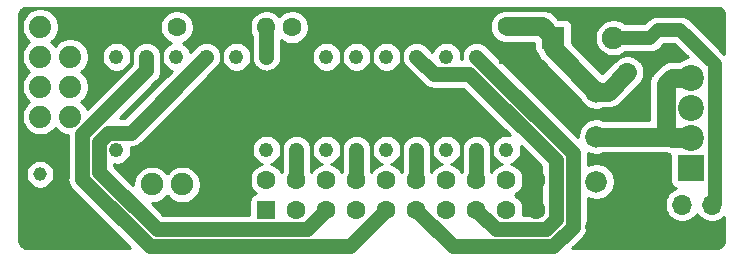
<source format=gbr>
%TF.GenerationSoftware,KiCad,Pcbnew,(5.1.12)-1*%
%TF.CreationDate,2023-01-21T14:52:04-05:00*%
%TF.ProjectId,Irrigation,49727269-6761-4746-996f-6e2e6b696361,rev?*%
%TF.SameCoordinates,Original*%
%TF.FileFunction,Copper,L2,Inr*%
%TF.FilePolarity,Positive*%
%FSLAX46Y46*%
G04 Gerber Fmt 4.6, Leading zero omitted, Abs format (unit mm)*
G04 Created by KiCad (PCBNEW (5.1.12)-1) date 2023-01-21 14:52:04*
%MOMM*%
%LPD*%
G01*
G04 APERTURE LIST*
%TA.AperFunction,ComponentPad*%
%ADD10C,1.150000*%
%TD*%
%TA.AperFunction,ComponentPad*%
%ADD11C,1.605000*%
%TD*%
%TA.AperFunction,ComponentPad*%
%ADD12R,1.605000X1.605000*%
%TD*%
%TA.AperFunction,ComponentPad*%
%ADD13R,1.910000X1.910000*%
%TD*%
%TA.AperFunction,ComponentPad*%
%ADD14C,1.910000*%
%TD*%
%TA.AperFunction,ComponentPad*%
%ADD15C,1.243000*%
%TD*%
%TA.AperFunction,ComponentPad*%
%ADD16R,1.243000X1.243000*%
%TD*%
%TA.AperFunction,ComponentPad*%
%ADD17C,2.200000*%
%TD*%
%TA.AperFunction,ComponentPad*%
%ADD18R,2.200000X2.200000*%
%TD*%
%TA.AperFunction,ComponentPad*%
%ADD19C,1.600000*%
%TD*%
%TA.AperFunction,ComponentPad*%
%ADD20C,1.879600*%
%TD*%
%TA.AperFunction,ComponentPad*%
%ADD21O,1.600000X1.600000*%
%TD*%
%TA.AperFunction,ComponentPad*%
%ADD22O,1.700000X1.700000*%
%TD*%
%TA.AperFunction,ComponentPad*%
%ADD23R,1.700000X1.700000*%
%TD*%
%TA.AperFunction,ComponentPad*%
%ADD24C,1.830000*%
%TD*%
%TA.AperFunction,Conductor*%
%ADD25C,1.600000*%
%TD*%
%TA.AperFunction,Conductor*%
%ADD26C,1.150000*%
%TD*%
%TA.AperFunction,Conductor*%
%ADD27C,1.243000*%
%TD*%
%TA.AperFunction,Conductor*%
%ADD28C,0.254000*%
%TD*%
%TA.AperFunction,Conductor*%
%ADD29C,0.100000*%
%TD*%
G04 APERTURE END LIST*
D10*
%TO.N,+3V3*%
%TO.C,C3*%
X121015760Y-128015360D03*
%TO.N,GND*%
X121015760Y-133015360D03*
%TD*%
%TO.N,GND*%
%TO.C,C2*%
X178344200Y-115798600D03*
%TO.N,Net-(C2-Pad1)*%
X173344200Y-115798600D03*
%TD*%
D11*
%TO.N,GND*%
%TO.C,J3*%
X163050000Y-128524000D03*
X163050000Y-131064000D03*
%TO.N,D16*%
X160510000Y-128524000D03*
%TO.N,D8*%
X160510000Y-131064000D03*
%TO.N,D15*%
X157970000Y-128524000D03*
%TO.N,D7*%
X157970000Y-131064000D03*
%TO.N,D14*%
X155430000Y-128524000D03*
%TO.N,D6*%
X155430000Y-131064000D03*
%TO.N,D13*%
X152890000Y-128524000D03*
%TO.N,D5*%
X152890000Y-131064000D03*
%TO.N,D12*%
X150350000Y-128524000D03*
%TO.N,D4*%
X150350000Y-131064000D03*
%TO.N,D11*%
X147810000Y-128524000D03*
%TO.N,D3*%
X147810000Y-131064000D03*
%TO.N,D10*%
X145270000Y-128524000D03*
%TO.N,D2*%
X145270000Y-131064000D03*
%TO.N,D9*%
X142730000Y-128524000D03*
%TO.N,D1*%
X142730000Y-131064000D03*
%TO.N,+5V*%
X140190000Y-128524000D03*
D12*
X140190000Y-131064000D03*
%TD*%
D13*
%TO.N,GND*%
%TO.C,U4*%
X135595200Y-128884200D03*
D14*
%TO.N,+3V3*%
X133045200Y-128884200D03*
%TO.N,+5V*%
X130495200Y-128884200D03*
%TD*%
D15*
%TO.N,D16*%
%TO.C,U5*%
X160510000Y-125937000D03*
%TO.N,D15*%
X157970000Y-125937000D03*
%TO.N,D14*%
X155430000Y-125937000D03*
%TO.N,D13*%
X152890000Y-125937000D03*
%TO.N,D12*%
X150350000Y-125937000D03*
%TO.N,D11*%
X147810000Y-125937000D03*
%TO.N,D10*%
X145270000Y-125937000D03*
%TO.N,D9*%
X142730000Y-125937000D03*
%TO.N,N/C*%
X140190000Y-125937000D03*
%TO.N,GND*%
X137650000Y-125937000D03*
X135110000Y-125937000D03*
X132570000Y-125937000D03*
X130030000Y-125937000D03*
%TO.N,GPIO0*%
X127490000Y-125937000D03*
%TO.N,GPIO2*%
X127490000Y-118063000D03*
%TO.N,D4*%
X130030000Y-118063000D03*
%TO.N,D3*%
X132570000Y-118063000D03*
%TO.N,D2*%
X135110000Y-118063000D03*
%TO.N,N/C*%
X137650000Y-118063000D03*
%TO.N,Net-(C4-Pad1)*%
X140190000Y-118063000D03*
%TO.N,GND*%
X142730000Y-118063000D03*
%TO.N,D1*%
X145270000Y-118063000D03*
%TO.N,N/C*%
X147810000Y-118063000D03*
%TO.N,D8*%
X150350000Y-118063000D03*
%TO.N,D7*%
X152890000Y-118063000D03*
%TO.N,D6*%
X155430000Y-118063000D03*
%TO.N,D5*%
X157970000Y-118063000D03*
D16*
%TO.N,GND*%
X160510000Y-118063000D03*
%TD*%
D14*
%TO.N,Net-(C2-Pad1)*%
%TO.C,U1*%
X169570080Y-116448840D03*
%TO.N,GND*%
X167020080Y-116448840D03*
D13*
%TO.N,+24V*%
X164470080Y-116448840D03*
%TD*%
D17*
%TO.N,Net-(BR1-Pad2)*%
%TO.C,J1*%
X176103280Y-119847360D03*
%TO.N,Net-(BR1-Pad3)*%
X176103280Y-122387360D03*
%TO.N,Net-(BR1-Pad2)*%
X176103280Y-124927360D03*
D18*
%TO.N,Net-(BR1-Pad3)*%
X176103280Y-127467360D03*
%TD*%
D19*
%TO.N,GND*%
%TO.C,C1*%
X158028000Y-115506500D03*
%TO.N,+24V*%
X160528000Y-115506500D03*
%TD*%
D20*
%TO.N,N/C*%
%TO.C,U3*%
X123571000Y-123143000D03*
%TO.N,+3V3*%
X121031000Y-123143000D03*
%TO.N,GPIO0*%
X123571000Y-120603000D03*
%TO.N,N/C*%
X121031000Y-120603000D03*
%TO.N,GPIO2*%
X123571000Y-118063000D03*
%TO.N,+3V3*%
X121031000Y-118063000D03*
%TO.N,GND*%
X123571000Y-115523000D03*
%TO.N,N/C*%
X121031000Y-115523000D03*
%TD*%
D21*
%TO.N,Net-(C4-Pad1)*%
%TO.C,R2*%
X140190000Y-115570000D03*
D19*
%TO.N,+5V*%
X132588000Y-115570000D03*
%TD*%
%TO.N,+24V*%
%TO.C,R1*%
X170746420Y-119372380D03*
D21*
%TO.N,GND*%
X170746420Y-126992380D03*
%TD*%
D22*
%TO.N,Net-(C2-Pad1)*%
%TO.C,J2*%
X177919380Y-130581400D03*
%TO.N,N/C*%
X175379380Y-130581400D03*
D23*
%TO.N,GND*%
X172839380Y-130581400D03*
%TD*%
D19*
%TO.N,GND*%
%TO.C,C4*%
X144867000Y-115570000D03*
%TO.N,Net-(C4-Pad1)*%
X142367000Y-115570000D03*
%TD*%
D24*
%TO.N,GND*%
%TO.C,BR1*%
X168116340Y-132443220D03*
%TO.N,Net-(BR1-Pad3)*%
X168116340Y-128633220D03*
%TO.N,Net-(BR1-Pad2)*%
X168116340Y-124823220D03*
%TO.N,+24V*%
X168116340Y-121013220D03*
%TD*%
D25*
%TO.N,Net-(BR1-Pad2)*%
X175999140Y-124823220D02*
X176103280Y-124927360D01*
X168116340Y-124823220D02*
X175999140Y-124823220D01*
X174547646Y-119847360D02*
X176103280Y-119847360D01*
X174003279Y-120391727D02*
X174547646Y-119847360D01*
X174003279Y-124382993D02*
X174003279Y-120391727D01*
X174547646Y-124927360D02*
X174003279Y-124382993D01*
X176103280Y-124927360D02*
X174547646Y-124927360D01*
%TO.N,+24V*%
X164470080Y-117366960D02*
X164470080Y-116448840D01*
X168116340Y-121013220D02*
X164470080Y-117366960D01*
X169105580Y-121013220D02*
X170746420Y-119372380D01*
X168116340Y-121013220D02*
X169105580Y-121013220D01*
X163527740Y-115506500D02*
X164470080Y-116448840D01*
X160528000Y-115506500D02*
X163527740Y-115506500D01*
D26*
%TO.N,Net-(C2-Pad1)*%
X172693960Y-116448840D02*
X173344200Y-115798600D01*
X169570080Y-116448840D02*
X172693960Y-116448840D01*
X178130200Y-130370580D02*
X177919380Y-130581400D01*
X178130200Y-118694200D02*
X178130200Y-130370580D01*
X175234600Y-115798600D02*
X178130200Y-118694200D01*
X173344200Y-115798600D02*
X175234600Y-115798600D01*
D27*
%TO.N,Net-(C4-Pad1)*%
X140190000Y-118063000D02*
X140190000Y-115570000D01*
%TO.N,D15*%
X157970000Y-125937000D02*
X157970000Y-128524000D01*
%TO.N,D13*%
X152890000Y-125937000D02*
X152890000Y-128524000D01*
%TO.N,D11*%
X147810000Y-125937000D02*
X147810000Y-128524000D01*
%TO.N,D9*%
X142730000Y-125937000D02*
X142730000Y-128524000D01*
%TO.N,D7*%
X163829521Y-132688001D02*
X159594001Y-132688001D01*
X164674001Y-131843521D02*
X163829521Y-132688001D01*
X159594001Y-132688001D02*
X157970000Y-131064000D01*
X164674001Y-126807725D02*
X164674001Y-131843521D01*
X157372277Y-119506001D02*
X164674001Y-126807725D01*
X154333001Y-119506001D02*
X157372277Y-119506001D01*
X152890000Y-118063000D02*
X154333001Y-119506001D01*
%TO.N,D5*%
X166117011Y-126210011D02*
X157970000Y-118063000D01*
X166117011Y-132441235D02*
X166117011Y-126210011D01*
X164427236Y-134131010D02*
X166117011Y-132441235D01*
X155957011Y-134131011D02*
X164427236Y-134131010D01*
X152890000Y-131064000D02*
X155957011Y-134131011D01*
%TO.N,D4*%
X130030000Y-118063000D02*
X130030000Y-119220634D01*
X147282989Y-134131011D02*
X150350000Y-131064000D01*
X130310065Y-134131011D02*
X147282989Y-134131011D01*
X124603990Y-128424936D02*
X130310065Y-134131011D01*
X124603989Y-124646645D02*
X124603990Y-128424936D01*
X130030000Y-119220634D02*
X124603989Y-124646645D01*
%TO.N,D2*%
X126046999Y-125244359D02*
X126797359Y-124493999D01*
X126046999Y-127827221D02*
X126046999Y-125244359D01*
X130907779Y-132688001D02*
X126046999Y-127827221D01*
X143645999Y-132688001D02*
X130907779Y-132688001D01*
X145270000Y-131064000D02*
X143645999Y-132688001D01*
X128679001Y-124493999D02*
X126797359Y-124493999D01*
X135110000Y-118063000D02*
X128679001Y-124493999D01*
%TD*%
D28*
%TO.N,GND*%
X178430623Y-113934706D02*
X178548574Y-113970318D01*
X178657366Y-114028163D01*
X178752848Y-114106037D01*
X178831386Y-114200973D01*
X178889987Y-114309354D01*
X178926423Y-114427057D01*
X178942365Y-114578740D01*
X178942365Y-117795167D01*
X176132237Y-114985040D01*
X176094339Y-114938861D01*
X175910092Y-114787654D01*
X175699887Y-114675297D01*
X175471801Y-114606108D01*
X175294037Y-114588600D01*
X175294035Y-114588600D01*
X175234600Y-114582746D01*
X175175165Y-114588600D01*
X173403634Y-114588600D01*
X173344199Y-114582746D01*
X173284764Y-114588600D01*
X173225025Y-114588600D01*
X173166435Y-114600254D01*
X173106999Y-114606108D01*
X173049849Y-114623444D01*
X172991256Y-114635099D01*
X172936064Y-114657961D01*
X172878913Y-114675297D01*
X172826240Y-114703452D01*
X172771050Y-114726312D01*
X172721380Y-114759500D01*
X172668708Y-114787654D01*
X172622541Y-114825542D01*
X172572870Y-114858731D01*
X172530629Y-114900972D01*
X172484461Y-114938861D01*
X172446572Y-114985029D01*
X172404331Y-115027270D01*
X172404329Y-115027274D01*
X172192762Y-115238840D01*
X170608679Y-115238840D01*
X170583646Y-115213807D01*
X170323227Y-115039801D01*
X170033866Y-114919943D01*
X169726681Y-114858840D01*
X169413479Y-114858840D01*
X169106294Y-114919943D01*
X168816933Y-115039801D01*
X168556514Y-115213807D01*
X168335047Y-115435274D01*
X168161041Y-115695693D01*
X168041183Y-115985054D01*
X167980080Y-116292239D01*
X167980080Y-116605441D01*
X168041183Y-116912626D01*
X168161041Y-117201987D01*
X168335047Y-117462406D01*
X168556514Y-117683873D01*
X168816933Y-117857879D01*
X169106294Y-117977737D01*
X169413479Y-118038840D01*
X169726681Y-118038840D01*
X170033866Y-117977737D01*
X170323227Y-117857879D01*
X170583646Y-117683873D01*
X170608679Y-117658840D01*
X172634525Y-117658840D01*
X172693960Y-117664694D01*
X172753395Y-117658840D01*
X172753397Y-117658840D01*
X172931161Y-117641332D01*
X173159247Y-117572143D01*
X173369452Y-117459786D01*
X173553699Y-117308579D01*
X173591596Y-117262401D01*
X173845397Y-117008600D01*
X174733403Y-117008600D01*
X175852963Y-118128160D01*
X175597199Y-118179035D01*
X175281449Y-118309823D01*
X175127991Y-118412360D01*
X174618137Y-118412360D01*
X174547645Y-118405417D01*
X174266336Y-118433124D01*
X174215266Y-118448616D01*
X173995838Y-118515178D01*
X173746545Y-118648428D01*
X173528038Y-118827752D01*
X173483091Y-118882520D01*
X173038434Y-119327177D01*
X172983672Y-119372119D01*
X172804348Y-119590626D01*
X172779133Y-119637800D01*
X172671097Y-119839920D01*
X172589043Y-120110419D01*
X172561336Y-120391727D01*
X172568280Y-120462229D01*
X172568279Y-123388220D01*
X168702289Y-123388220D01*
X168568458Y-123332785D01*
X168269002Y-123273220D01*
X167963678Y-123273220D01*
X167664222Y-123332785D01*
X167382140Y-123449628D01*
X167128272Y-123619256D01*
X166912376Y-123835152D01*
X166742748Y-124089020D01*
X166625905Y-124371102D01*
X166566340Y-124670558D01*
X166566340Y-124882381D01*
X158945990Y-117262031D01*
X158945988Y-117262028D01*
X158770972Y-117087012D01*
X158719388Y-117052544D01*
X158671451Y-117013204D01*
X158616760Y-116983971D01*
X158565176Y-116949504D01*
X158507856Y-116925761D01*
X158453168Y-116896530D01*
X158393833Y-116878531D01*
X158336508Y-116854786D01*
X158275653Y-116842681D01*
X158216317Y-116824682D01*
X158154606Y-116818604D01*
X158093754Y-116806500D01*
X158031711Y-116806500D01*
X157970000Y-116800422D01*
X157908289Y-116806500D01*
X157846246Y-116806500D01*
X157785394Y-116818604D01*
X157723683Y-116824682D01*
X157664347Y-116842681D01*
X157603492Y-116854786D01*
X157546167Y-116878531D01*
X157486832Y-116896530D01*
X157432144Y-116925761D01*
X157374824Y-116949504D01*
X157323240Y-116983971D01*
X157268549Y-117013204D01*
X157220613Y-117052544D01*
X157169028Y-117087012D01*
X157125158Y-117130882D01*
X157077222Y-117170222D01*
X157037882Y-117218158D01*
X156994012Y-117262028D01*
X156959544Y-117313613D01*
X156920204Y-117361549D01*
X156890971Y-117416240D01*
X156856504Y-117467824D01*
X156832761Y-117525144D01*
X156803530Y-117579832D01*
X156785531Y-117639167D01*
X156761786Y-117696492D01*
X156749681Y-117757347D01*
X156731682Y-117816683D01*
X156725604Y-117878394D01*
X156713500Y-117939246D01*
X156713500Y-118001289D01*
X156707422Y-118063000D01*
X156713500Y-118124711D01*
X156713500Y-118186754D01*
X156725604Y-118247606D01*
X156725791Y-118249501D01*
X156674019Y-118249501D01*
X156686500Y-118186754D01*
X156686500Y-117939246D01*
X156638214Y-117696492D01*
X156543496Y-117467824D01*
X156405988Y-117262028D01*
X156230972Y-117087012D01*
X156025176Y-116949504D01*
X155796508Y-116854786D01*
X155553754Y-116806500D01*
X155306246Y-116806500D01*
X155063492Y-116854786D01*
X154834824Y-116949504D01*
X154629028Y-117087012D01*
X154454012Y-117262028D01*
X154316504Y-117467824D01*
X154244827Y-117640867D01*
X153865990Y-117262031D01*
X153865988Y-117262028D01*
X153690972Y-117087012D01*
X153639388Y-117052544D01*
X153591451Y-117013204D01*
X153536760Y-116983971D01*
X153485176Y-116949504D01*
X153427856Y-116925761D01*
X153373168Y-116896530D01*
X153313833Y-116878531D01*
X153256508Y-116854786D01*
X153195653Y-116842681D01*
X153136317Y-116824682D01*
X153074606Y-116818604D01*
X153013754Y-116806500D01*
X152951711Y-116806500D01*
X152890000Y-116800422D01*
X152828289Y-116806500D01*
X152766246Y-116806500D01*
X152705394Y-116818604D01*
X152643683Y-116824682D01*
X152584347Y-116842681D01*
X152523492Y-116854786D01*
X152466167Y-116878531D01*
X152406832Y-116896530D01*
X152352144Y-116925761D01*
X152294824Y-116949504D01*
X152243240Y-116983971D01*
X152188549Y-117013204D01*
X152140613Y-117052544D01*
X152089028Y-117087012D01*
X152045158Y-117130882D01*
X151997222Y-117170222D01*
X151957882Y-117218158D01*
X151914012Y-117262028D01*
X151879544Y-117313613D01*
X151840204Y-117361549D01*
X151810971Y-117416240D01*
X151776504Y-117467824D01*
X151752761Y-117525144D01*
X151723530Y-117579832D01*
X151705531Y-117639167D01*
X151681786Y-117696492D01*
X151669681Y-117757347D01*
X151651682Y-117816683D01*
X151645604Y-117878394D01*
X151633500Y-117939246D01*
X151633500Y-118001289D01*
X151627422Y-118063000D01*
X151633500Y-118124711D01*
X151633500Y-118186754D01*
X151645604Y-118247606D01*
X151651682Y-118309317D01*
X151669681Y-118368653D01*
X151681786Y-118429508D01*
X151705531Y-118486833D01*
X151723530Y-118546168D01*
X151752761Y-118600856D01*
X151776504Y-118658176D01*
X151810971Y-118709760D01*
X151840204Y-118764451D01*
X151879544Y-118812388D01*
X151914012Y-118863972D01*
X152089028Y-119038988D01*
X152089031Y-119038990D01*
X153400882Y-120350842D01*
X153440223Y-120398779D01*
X153488159Y-120438119D01*
X153488164Y-120438124D01*
X153631549Y-120555797D01*
X153812206Y-120652360D01*
X153849833Y-120672472D01*
X154086684Y-120744320D01*
X154271280Y-120762501D01*
X154271282Y-120762501D01*
X154333001Y-120768580D01*
X154394720Y-120762501D01*
X156851818Y-120762501D01*
X160803601Y-124714284D01*
X160633754Y-124680500D01*
X160386246Y-124680500D01*
X160143492Y-124728786D01*
X159914824Y-124823504D01*
X159709028Y-124961012D01*
X159534012Y-125136028D01*
X159396504Y-125341824D01*
X159301786Y-125570492D01*
X159253500Y-125813246D01*
X159253500Y-126060754D01*
X159301786Y-126303508D01*
X159396504Y-126532176D01*
X159534012Y-126737972D01*
X159709028Y-126912988D01*
X159914824Y-127050496D01*
X160120703Y-127135774D01*
X160090697Y-127141743D01*
X159829089Y-127250104D01*
X159593647Y-127407421D01*
X159393421Y-127607647D01*
X159240000Y-127837258D01*
X159226500Y-127817054D01*
X159226500Y-125813246D01*
X159214398Y-125752404D01*
X159208319Y-125690683D01*
X159190317Y-125631337D01*
X159178214Y-125570492D01*
X159154473Y-125513176D01*
X159136471Y-125453832D01*
X159107236Y-125399138D01*
X159083496Y-125341824D01*
X159049030Y-125290242D01*
X159019796Y-125235549D01*
X158980456Y-125187613D01*
X158945988Y-125136028D01*
X158902118Y-125092158D01*
X158862778Y-125044222D01*
X158814843Y-125004883D01*
X158770972Y-124961012D01*
X158719383Y-124926542D01*
X158671450Y-124887204D01*
X158616762Y-124857973D01*
X158565176Y-124823504D01*
X158507857Y-124799762D01*
X158453167Y-124770529D01*
X158393826Y-124752528D01*
X158336508Y-124728786D01*
X158275660Y-124716683D01*
X158216316Y-124698681D01*
X158154597Y-124692602D01*
X158093754Y-124680500D01*
X158031721Y-124680500D01*
X157970000Y-124674421D01*
X157908279Y-124680500D01*
X157846246Y-124680500D01*
X157785404Y-124692602D01*
X157723683Y-124698681D01*
X157664337Y-124716683D01*
X157603492Y-124728786D01*
X157546176Y-124752527D01*
X157486832Y-124770529D01*
X157432138Y-124799764D01*
X157374824Y-124823504D01*
X157323242Y-124857970D01*
X157268549Y-124887204D01*
X157220613Y-124926544D01*
X157169028Y-124961012D01*
X157125158Y-125004882D01*
X157077222Y-125044222D01*
X157037883Y-125092157D01*
X156994012Y-125136028D01*
X156959542Y-125187617D01*
X156920204Y-125235550D01*
X156890973Y-125290238D01*
X156856504Y-125341824D01*
X156832762Y-125399143D01*
X156803529Y-125453833D01*
X156785528Y-125513174D01*
X156761786Y-125570492D01*
X156749683Y-125631340D01*
X156731681Y-125690684D01*
X156725602Y-125752403D01*
X156713500Y-125813246D01*
X156713500Y-125875280D01*
X156713501Y-127817053D01*
X156700000Y-127837258D01*
X156546579Y-127607647D01*
X156346353Y-127407421D01*
X156110911Y-127250104D01*
X155849303Y-127141743D01*
X155819297Y-127135774D01*
X156025176Y-127050496D01*
X156230972Y-126912988D01*
X156405988Y-126737972D01*
X156543496Y-126532176D01*
X156638214Y-126303508D01*
X156686500Y-126060754D01*
X156686500Y-125813246D01*
X156638214Y-125570492D01*
X156543496Y-125341824D01*
X156405988Y-125136028D01*
X156230972Y-124961012D01*
X156025176Y-124823504D01*
X155796508Y-124728786D01*
X155553754Y-124680500D01*
X155306246Y-124680500D01*
X155063492Y-124728786D01*
X154834824Y-124823504D01*
X154629028Y-124961012D01*
X154454012Y-125136028D01*
X154316504Y-125341824D01*
X154221786Y-125570492D01*
X154173500Y-125813246D01*
X154173500Y-126060754D01*
X154221786Y-126303508D01*
X154316504Y-126532176D01*
X154454012Y-126737972D01*
X154629028Y-126912988D01*
X154834824Y-127050496D01*
X155040703Y-127135774D01*
X155010697Y-127141743D01*
X154749089Y-127250104D01*
X154513647Y-127407421D01*
X154313421Y-127607647D01*
X154160000Y-127837258D01*
X154146500Y-127817054D01*
X154146500Y-125813246D01*
X154134398Y-125752404D01*
X154128319Y-125690683D01*
X154110317Y-125631337D01*
X154098214Y-125570492D01*
X154074473Y-125513176D01*
X154056471Y-125453832D01*
X154027236Y-125399138D01*
X154003496Y-125341824D01*
X153969030Y-125290242D01*
X153939796Y-125235549D01*
X153900456Y-125187613D01*
X153865988Y-125136028D01*
X153822118Y-125092158D01*
X153782778Y-125044222D01*
X153734843Y-125004883D01*
X153690972Y-124961012D01*
X153639383Y-124926542D01*
X153591450Y-124887204D01*
X153536762Y-124857973D01*
X153485176Y-124823504D01*
X153427857Y-124799762D01*
X153373167Y-124770529D01*
X153313826Y-124752528D01*
X153256508Y-124728786D01*
X153195660Y-124716683D01*
X153136316Y-124698681D01*
X153074597Y-124692602D01*
X153013754Y-124680500D01*
X152951721Y-124680500D01*
X152890000Y-124674421D01*
X152828279Y-124680500D01*
X152766246Y-124680500D01*
X152705404Y-124692602D01*
X152643683Y-124698681D01*
X152584337Y-124716683D01*
X152523492Y-124728786D01*
X152466176Y-124752527D01*
X152406832Y-124770529D01*
X152352138Y-124799764D01*
X152294824Y-124823504D01*
X152243242Y-124857970D01*
X152188549Y-124887204D01*
X152140613Y-124926544D01*
X152089028Y-124961012D01*
X152045158Y-125004882D01*
X151997222Y-125044222D01*
X151957883Y-125092157D01*
X151914012Y-125136028D01*
X151879542Y-125187617D01*
X151840204Y-125235550D01*
X151810973Y-125290238D01*
X151776504Y-125341824D01*
X151752762Y-125399143D01*
X151723529Y-125453833D01*
X151705528Y-125513174D01*
X151681786Y-125570492D01*
X151669683Y-125631340D01*
X151651681Y-125690684D01*
X151645602Y-125752403D01*
X151633500Y-125813246D01*
X151633500Y-125875280D01*
X151633501Y-127817053D01*
X151620000Y-127837258D01*
X151466579Y-127607647D01*
X151266353Y-127407421D01*
X151030911Y-127250104D01*
X150769303Y-127141743D01*
X150739297Y-127135774D01*
X150945176Y-127050496D01*
X151150972Y-126912988D01*
X151325988Y-126737972D01*
X151463496Y-126532176D01*
X151558214Y-126303508D01*
X151606500Y-126060754D01*
X151606500Y-125813246D01*
X151558214Y-125570492D01*
X151463496Y-125341824D01*
X151325988Y-125136028D01*
X151150972Y-124961012D01*
X150945176Y-124823504D01*
X150716508Y-124728786D01*
X150473754Y-124680500D01*
X150226246Y-124680500D01*
X149983492Y-124728786D01*
X149754824Y-124823504D01*
X149549028Y-124961012D01*
X149374012Y-125136028D01*
X149236504Y-125341824D01*
X149141786Y-125570492D01*
X149093500Y-125813246D01*
X149093500Y-126060754D01*
X149141786Y-126303508D01*
X149236504Y-126532176D01*
X149374012Y-126737972D01*
X149549028Y-126912988D01*
X149754824Y-127050496D01*
X149960703Y-127135774D01*
X149930697Y-127141743D01*
X149669089Y-127250104D01*
X149433647Y-127407421D01*
X149233421Y-127607647D01*
X149080000Y-127837258D01*
X149066500Y-127817054D01*
X149066500Y-125813246D01*
X149054398Y-125752404D01*
X149048319Y-125690683D01*
X149030317Y-125631337D01*
X149018214Y-125570492D01*
X148994473Y-125513176D01*
X148976471Y-125453832D01*
X148947236Y-125399138D01*
X148923496Y-125341824D01*
X148889030Y-125290242D01*
X148859796Y-125235549D01*
X148820456Y-125187613D01*
X148785988Y-125136028D01*
X148742118Y-125092158D01*
X148702778Y-125044222D01*
X148654843Y-125004883D01*
X148610972Y-124961012D01*
X148559383Y-124926542D01*
X148511450Y-124887204D01*
X148456762Y-124857973D01*
X148405176Y-124823504D01*
X148347857Y-124799762D01*
X148293167Y-124770529D01*
X148233826Y-124752528D01*
X148176508Y-124728786D01*
X148115660Y-124716683D01*
X148056316Y-124698681D01*
X147994597Y-124692602D01*
X147933754Y-124680500D01*
X147871721Y-124680500D01*
X147810000Y-124674421D01*
X147748279Y-124680500D01*
X147686246Y-124680500D01*
X147625404Y-124692602D01*
X147563683Y-124698681D01*
X147504337Y-124716683D01*
X147443492Y-124728786D01*
X147386176Y-124752527D01*
X147326832Y-124770529D01*
X147272138Y-124799764D01*
X147214824Y-124823504D01*
X147163242Y-124857970D01*
X147108549Y-124887204D01*
X147060613Y-124926544D01*
X147009028Y-124961012D01*
X146965158Y-125004882D01*
X146917222Y-125044222D01*
X146877883Y-125092157D01*
X146834012Y-125136028D01*
X146799542Y-125187617D01*
X146760204Y-125235550D01*
X146730973Y-125290238D01*
X146696504Y-125341824D01*
X146672762Y-125399143D01*
X146643529Y-125453833D01*
X146625528Y-125513174D01*
X146601786Y-125570492D01*
X146589683Y-125631340D01*
X146571681Y-125690684D01*
X146565602Y-125752403D01*
X146553500Y-125813246D01*
X146553500Y-125875280D01*
X146553501Y-127817053D01*
X146540000Y-127837258D01*
X146386579Y-127607647D01*
X146186353Y-127407421D01*
X145950911Y-127250104D01*
X145689303Y-127141743D01*
X145659297Y-127135774D01*
X145865176Y-127050496D01*
X146070972Y-126912988D01*
X146245988Y-126737972D01*
X146383496Y-126532176D01*
X146478214Y-126303508D01*
X146526500Y-126060754D01*
X146526500Y-125813246D01*
X146478214Y-125570492D01*
X146383496Y-125341824D01*
X146245988Y-125136028D01*
X146070972Y-124961012D01*
X145865176Y-124823504D01*
X145636508Y-124728786D01*
X145393754Y-124680500D01*
X145146246Y-124680500D01*
X144903492Y-124728786D01*
X144674824Y-124823504D01*
X144469028Y-124961012D01*
X144294012Y-125136028D01*
X144156504Y-125341824D01*
X144061786Y-125570492D01*
X144013500Y-125813246D01*
X144013500Y-126060754D01*
X144061786Y-126303508D01*
X144156504Y-126532176D01*
X144294012Y-126737972D01*
X144469028Y-126912988D01*
X144674824Y-127050496D01*
X144880703Y-127135774D01*
X144850697Y-127141743D01*
X144589089Y-127250104D01*
X144353647Y-127407421D01*
X144153421Y-127607647D01*
X144000000Y-127837258D01*
X143986500Y-127817054D01*
X143986500Y-125813246D01*
X143974398Y-125752404D01*
X143968319Y-125690683D01*
X143950317Y-125631337D01*
X143938214Y-125570492D01*
X143914473Y-125513176D01*
X143896471Y-125453832D01*
X143867236Y-125399138D01*
X143843496Y-125341824D01*
X143809030Y-125290242D01*
X143779796Y-125235549D01*
X143740456Y-125187613D01*
X143705988Y-125136028D01*
X143662118Y-125092158D01*
X143622778Y-125044222D01*
X143574843Y-125004883D01*
X143530972Y-124961012D01*
X143479383Y-124926542D01*
X143431450Y-124887204D01*
X143376762Y-124857973D01*
X143325176Y-124823504D01*
X143267857Y-124799762D01*
X143213167Y-124770529D01*
X143153826Y-124752528D01*
X143096508Y-124728786D01*
X143035660Y-124716683D01*
X142976316Y-124698681D01*
X142914597Y-124692602D01*
X142853754Y-124680500D01*
X142791721Y-124680500D01*
X142730000Y-124674421D01*
X142668279Y-124680500D01*
X142606246Y-124680500D01*
X142545404Y-124692602D01*
X142483683Y-124698681D01*
X142424337Y-124716683D01*
X142363492Y-124728786D01*
X142306176Y-124752527D01*
X142246832Y-124770529D01*
X142192138Y-124799764D01*
X142134824Y-124823504D01*
X142083242Y-124857970D01*
X142028549Y-124887204D01*
X141980613Y-124926544D01*
X141929028Y-124961012D01*
X141885158Y-125004882D01*
X141837222Y-125044222D01*
X141797883Y-125092157D01*
X141754012Y-125136028D01*
X141719542Y-125187617D01*
X141680204Y-125235550D01*
X141650973Y-125290238D01*
X141616504Y-125341824D01*
X141592762Y-125399143D01*
X141563529Y-125453833D01*
X141545528Y-125513174D01*
X141521786Y-125570492D01*
X141509683Y-125631340D01*
X141491681Y-125690684D01*
X141485602Y-125752403D01*
X141473500Y-125813246D01*
X141473500Y-125875280D01*
X141473501Y-127817053D01*
X141460000Y-127837258D01*
X141306579Y-127607647D01*
X141106353Y-127407421D01*
X140870911Y-127250104D01*
X140609303Y-127141743D01*
X140579297Y-127135774D01*
X140785176Y-127050496D01*
X140990972Y-126912988D01*
X141165988Y-126737972D01*
X141303496Y-126532176D01*
X141398214Y-126303508D01*
X141446500Y-126060754D01*
X141446500Y-125813246D01*
X141398214Y-125570492D01*
X141303496Y-125341824D01*
X141165988Y-125136028D01*
X140990972Y-124961012D01*
X140785176Y-124823504D01*
X140556508Y-124728786D01*
X140313754Y-124680500D01*
X140066246Y-124680500D01*
X139823492Y-124728786D01*
X139594824Y-124823504D01*
X139389028Y-124961012D01*
X139214012Y-125136028D01*
X139076504Y-125341824D01*
X138981786Y-125570492D01*
X138933500Y-125813246D01*
X138933500Y-126060754D01*
X138981786Y-126303508D01*
X139076504Y-126532176D01*
X139214012Y-126737972D01*
X139389028Y-126912988D01*
X139594824Y-127050496D01*
X139800703Y-127135774D01*
X139770697Y-127141743D01*
X139509089Y-127250104D01*
X139273647Y-127407421D01*
X139073421Y-127607647D01*
X138916104Y-127843089D01*
X138807743Y-128104697D01*
X138752500Y-128382419D01*
X138752500Y-128665581D01*
X138807743Y-128943303D01*
X138916104Y-129204911D01*
X139073421Y-129440353D01*
X139268242Y-129635174D01*
X139263018Y-129635688D01*
X139143320Y-129671998D01*
X139033006Y-129730963D01*
X138936315Y-129810315D01*
X138856963Y-129907006D01*
X138797998Y-130017320D01*
X138761688Y-130137018D01*
X138749428Y-130261500D01*
X138749428Y-131431501D01*
X131428239Y-131431501D01*
X130470938Y-130474200D01*
X130651801Y-130474200D01*
X130958986Y-130413097D01*
X131248347Y-130293239D01*
X131508766Y-130119233D01*
X131730233Y-129897766D01*
X131770200Y-129837951D01*
X131810167Y-129897766D01*
X132031634Y-130119233D01*
X132292053Y-130293239D01*
X132581414Y-130413097D01*
X132888599Y-130474200D01*
X133201801Y-130474200D01*
X133508986Y-130413097D01*
X133798347Y-130293239D01*
X134058766Y-130119233D01*
X134280233Y-129897766D01*
X134454239Y-129637347D01*
X134574097Y-129347986D01*
X134635200Y-129040801D01*
X134635200Y-128727599D01*
X134574097Y-128420414D01*
X134454239Y-128131053D01*
X134280233Y-127870634D01*
X134058766Y-127649167D01*
X133798347Y-127475161D01*
X133508986Y-127355303D01*
X133201801Y-127294200D01*
X132888599Y-127294200D01*
X132581414Y-127355303D01*
X132292053Y-127475161D01*
X132031634Y-127649167D01*
X131810167Y-127870634D01*
X131770200Y-127930449D01*
X131730233Y-127870634D01*
X131508766Y-127649167D01*
X131248347Y-127475161D01*
X130958986Y-127355303D01*
X130651801Y-127294200D01*
X130338599Y-127294200D01*
X130031414Y-127355303D01*
X129742053Y-127475161D01*
X129481634Y-127649167D01*
X129260167Y-127870634D01*
X129086161Y-128131053D01*
X128966303Y-128420414D01*
X128905200Y-128727599D01*
X128905200Y-128908463D01*
X127303499Y-127306762D01*
X127303499Y-127181019D01*
X127366246Y-127193500D01*
X127613754Y-127193500D01*
X127856508Y-127145214D01*
X128085176Y-127050496D01*
X128290972Y-126912988D01*
X128465988Y-126737972D01*
X128603496Y-126532176D01*
X128698214Y-126303508D01*
X128746500Y-126060754D01*
X128746500Y-125813246D01*
X128734148Y-125751146D01*
X128740712Y-125750499D01*
X128740722Y-125750499D01*
X128925318Y-125732318D01*
X129162169Y-125660470D01*
X129380452Y-125543795D01*
X129571779Y-125386777D01*
X129611124Y-125338835D01*
X136042123Y-118907837D01*
X136085988Y-118863972D01*
X136120452Y-118812393D01*
X136159796Y-118764452D01*
X136189031Y-118709756D01*
X136223496Y-118658176D01*
X136247237Y-118600860D01*
X136276470Y-118546169D01*
X136294470Y-118486830D01*
X136318214Y-118429508D01*
X136330318Y-118368656D01*
X136348318Y-118309318D01*
X136354396Y-118247605D01*
X136366500Y-118186754D01*
X136366500Y-118124712D01*
X136372578Y-118063001D01*
X136366500Y-118001290D01*
X136366500Y-117939246D01*
X136393500Y-117939246D01*
X136393500Y-118186754D01*
X136441786Y-118429508D01*
X136536504Y-118658176D01*
X136674012Y-118863972D01*
X136849028Y-119038988D01*
X137054824Y-119176496D01*
X137283492Y-119271214D01*
X137526246Y-119319500D01*
X137773754Y-119319500D01*
X138016508Y-119271214D01*
X138245176Y-119176496D01*
X138450972Y-119038988D01*
X138625988Y-118863972D01*
X138763496Y-118658176D01*
X138858214Y-118429508D01*
X138906500Y-118186754D01*
X138906500Y-117939246D01*
X138858214Y-117696492D01*
X138763496Y-117467824D01*
X138625988Y-117262028D01*
X138450972Y-117087012D01*
X138245176Y-116949504D01*
X138016508Y-116854786D01*
X137773754Y-116806500D01*
X137526246Y-116806500D01*
X137283492Y-116854786D01*
X137054824Y-116949504D01*
X136849028Y-117087012D01*
X136674012Y-117262028D01*
X136536504Y-117467824D01*
X136441786Y-117696492D01*
X136393500Y-117939246D01*
X136366500Y-117939246D01*
X136354396Y-117878394D01*
X136348318Y-117816683D01*
X136330319Y-117757347D01*
X136318214Y-117696492D01*
X136294469Y-117639167D01*
X136276470Y-117579832D01*
X136247239Y-117525144D01*
X136223496Y-117467824D01*
X136189029Y-117416240D01*
X136159796Y-117361549D01*
X136120456Y-117313613D01*
X136085988Y-117262028D01*
X136042118Y-117218158D01*
X136002778Y-117170222D01*
X135954842Y-117130882D01*
X135910972Y-117087012D01*
X135859387Y-117052544D01*
X135811451Y-117013204D01*
X135756760Y-116983971D01*
X135705176Y-116949504D01*
X135647856Y-116925761D01*
X135593168Y-116896530D01*
X135533833Y-116878531D01*
X135476508Y-116854786D01*
X135415653Y-116842681D01*
X135356317Y-116824682D01*
X135294606Y-116818604D01*
X135233754Y-116806500D01*
X135171710Y-116806500D01*
X135109999Y-116800422D01*
X135048288Y-116806500D01*
X134986246Y-116806500D01*
X134925395Y-116818604D01*
X134863682Y-116824682D01*
X134804344Y-116842682D01*
X134743492Y-116854786D01*
X134686170Y-116878530D01*
X134626831Y-116896530D01*
X134572140Y-116925763D01*
X134514824Y-116949504D01*
X134463244Y-116983969D01*
X134408548Y-117013204D01*
X134360607Y-117052548D01*
X134309028Y-117087012D01*
X133755173Y-117640867D01*
X133683496Y-117467824D01*
X133545988Y-117262028D01*
X133370972Y-117087012D01*
X133165176Y-116949504D01*
X133086297Y-116916831D01*
X133267727Y-116841680D01*
X133502759Y-116684637D01*
X133702637Y-116484759D01*
X133859680Y-116249727D01*
X133967853Y-115988574D01*
X134023000Y-115711335D01*
X134023000Y-115428665D01*
X138755000Y-115428665D01*
X138755000Y-115711335D01*
X138810147Y-115988574D01*
X138918320Y-116249727D01*
X138933501Y-116272447D01*
X138933500Y-117939246D01*
X138933500Y-118186754D01*
X138945602Y-118247597D01*
X138951681Y-118309316D01*
X138969683Y-118368660D01*
X138981786Y-118429508D01*
X139005528Y-118486826D01*
X139023529Y-118546167D01*
X139052762Y-118600857D01*
X139076504Y-118658176D01*
X139110973Y-118709762D01*
X139140204Y-118764450D01*
X139179542Y-118812383D01*
X139214012Y-118863972D01*
X139257883Y-118907843D01*
X139297222Y-118955778D01*
X139345158Y-118995118D01*
X139389028Y-119038988D01*
X139440613Y-119073456D01*
X139488549Y-119112796D01*
X139543242Y-119142030D01*
X139594824Y-119176496D01*
X139652138Y-119200236D01*
X139706832Y-119229471D01*
X139766176Y-119247473D01*
X139823492Y-119271214D01*
X139884337Y-119283317D01*
X139943683Y-119301319D01*
X140005404Y-119307398D01*
X140066246Y-119319500D01*
X140128279Y-119319500D01*
X140190000Y-119325579D01*
X140251721Y-119319500D01*
X140313754Y-119319500D01*
X140374597Y-119307398D01*
X140436316Y-119301319D01*
X140495660Y-119283317D01*
X140556508Y-119271214D01*
X140613826Y-119247472D01*
X140673167Y-119229471D01*
X140727857Y-119200238D01*
X140785176Y-119176496D01*
X140836762Y-119142027D01*
X140891450Y-119112796D01*
X140939383Y-119073458D01*
X140990972Y-119038988D01*
X141034843Y-118995117D01*
X141082778Y-118955778D01*
X141122118Y-118907842D01*
X141165988Y-118863972D01*
X141200456Y-118812387D01*
X141239796Y-118764451D01*
X141269030Y-118709758D01*
X141303496Y-118658176D01*
X141327236Y-118600862D01*
X141356471Y-118546168D01*
X141374473Y-118486824D01*
X141398214Y-118429508D01*
X141410317Y-118368663D01*
X141428319Y-118309317D01*
X141434398Y-118247596D01*
X141446500Y-118186754D01*
X141446500Y-117939246D01*
X144013500Y-117939246D01*
X144013500Y-118186754D01*
X144061786Y-118429508D01*
X144156504Y-118658176D01*
X144294012Y-118863972D01*
X144469028Y-119038988D01*
X144674824Y-119176496D01*
X144903492Y-119271214D01*
X145146246Y-119319500D01*
X145393754Y-119319500D01*
X145636508Y-119271214D01*
X145865176Y-119176496D01*
X146070972Y-119038988D01*
X146245988Y-118863972D01*
X146383496Y-118658176D01*
X146478214Y-118429508D01*
X146526500Y-118186754D01*
X146526500Y-117939246D01*
X146553500Y-117939246D01*
X146553500Y-118186754D01*
X146601786Y-118429508D01*
X146696504Y-118658176D01*
X146834012Y-118863972D01*
X147009028Y-119038988D01*
X147214824Y-119176496D01*
X147443492Y-119271214D01*
X147686246Y-119319500D01*
X147933754Y-119319500D01*
X148176508Y-119271214D01*
X148405176Y-119176496D01*
X148610972Y-119038988D01*
X148785988Y-118863972D01*
X148923496Y-118658176D01*
X149018214Y-118429508D01*
X149066500Y-118186754D01*
X149066500Y-117939246D01*
X149093500Y-117939246D01*
X149093500Y-118186754D01*
X149141786Y-118429508D01*
X149236504Y-118658176D01*
X149374012Y-118863972D01*
X149549028Y-119038988D01*
X149754824Y-119176496D01*
X149983492Y-119271214D01*
X150226246Y-119319500D01*
X150473754Y-119319500D01*
X150716508Y-119271214D01*
X150945176Y-119176496D01*
X151150972Y-119038988D01*
X151325988Y-118863972D01*
X151463496Y-118658176D01*
X151558214Y-118429508D01*
X151606500Y-118186754D01*
X151606500Y-117939246D01*
X151558214Y-117696492D01*
X151463496Y-117467824D01*
X151325988Y-117262028D01*
X151150972Y-117087012D01*
X150945176Y-116949504D01*
X150716508Y-116854786D01*
X150473754Y-116806500D01*
X150226246Y-116806500D01*
X149983492Y-116854786D01*
X149754824Y-116949504D01*
X149549028Y-117087012D01*
X149374012Y-117262028D01*
X149236504Y-117467824D01*
X149141786Y-117696492D01*
X149093500Y-117939246D01*
X149066500Y-117939246D01*
X149018214Y-117696492D01*
X148923496Y-117467824D01*
X148785988Y-117262028D01*
X148610972Y-117087012D01*
X148405176Y-116949504D01*
X148176508Y-116854786D01*
X147933754Y-116806500D01*
X147686246Y-116806500D01*
X147443492Y-116854786D01*
X147214824Y-116949504D01*
X147009028Y-117087012D01*
X146834012Y-117262028D01*
X146696504Y-117467824D01*
X146601786Y-117696492D01*
X146553500Y-117939246D01*
X146526500Y-117939246D01*
X146478214Y-117696492D01*
X146383496Y-117467824D01*
X146245988Y-117262028D01*
X146070972Y-117087012D01*
X145865176Y-116949504D01*
X145636508Y-116854786D01*
X145393754Y-116806500D01*
X145146246Y-116806500D01*
X144903492Y-116854786D01*
X144674824Y-116949504D01*
X144469028Y-117087012D01*
X144294012Y-117262028D01*
X144156504Y-117467824D01*
X144061786Y-117696492D01*
X144013500Y-117939246D01*
X141446500Y-117939246D01*
X141446500Y-116678896D01*
X141452241Y-116684637D01*
X141687273Y-116841680D01*
X141948426Y-116949853D01*
X142225665Y-117005000D01*
X142508335Y-117005000D01*
X142785574Y-116949853D01*
X143046727Y-116841680D01*
X143281759Y-116684637D01*
X143481637Y-116484759D01*
X143638680Y-116249727D01*
X143746853Y-115988574D01*
X143802000Y-115711335D01*
X143802000Y-115506500D01*
X159086057Y-115506500D01*
X159093000Y-115576992D01*
X159093000Y-115647835D01*
X159106821Y-115717317D01*
X159113764Y-115787809D01*
X159134327Y-115855597D01*
X159148147Y-115925074D01*
X159175253Y-115990514D01*
X159195818Y-116058308D01*
X159229214Y-116120788D01*
X159256320Y-116186227D01*
X159295672Y-116245122D01*
X159329068Y-116307601D01*
X159374010Y-116362363D01*
X159413363Y-116421259D01*
X159463450Y-116471346D01*
X159508392Y-116526108D01*
X159563154Y-116571050D01*
X159613241Y-116621137D01*
X159672137Y-116660490D01*
X159726899Y-116705432D01*
X159789378Y-116738828D01*
X159848273Y-116778180D01*
X159913712Y-116805286D01*
X159976192Y-116838682D01*
X160043986Y-116859247D01*
X160109426Y-116886353D01*
X160178903Y-116900173D01*
X160246691Y-116920736D01*
X160317183Y-116927679D01*
X160386665Y-116941500D01*
X162877008Y-116941500D01*
X162877008Y-117403840D01*
X162889268Y-117528322D01*
X162925578Y-117648020D01*
X162984543Y-117758334D01*
X163063895Y-117855025D01*
X163136682Y-117914760D01*
X163137898Y-117918767D01*
X163271148Y-118168060D01*
X163450472Y-118386567D01*
X163505235Y-118431510D01*
X166687314Y-121613590D01*
X166742748Y-121747420D01*
X166912376Y-122001288D01*
X167128272Y-122217184D01*
X167382140Y-122386812D01*
X167664222Y-122503655D01*
X167963678Y-122563220D01*
X168269002Y-122563220D01*
X168568458Y-122503655D01*
X168702289Y-122448220D01*
X169035088Y-122448220D01*
X169105580Y-122455163D01*
X169176072Y-122448220D01*
X169386889Y-122427456D01*
X169657388Y-122345402D01*
X169906681Y-122212152D01*
X170125188Y-122032828D01*
X170170134Y-121978061D01*
X171810963Y-120337233D01*
X171861057Y-120287139D01*
X171900415Y-120228236D01*
X171945351Y-120173481D01*
X171978743Y-120111009D01*
X172018100Y-120052107D01*
X172045209Y-119986660D01*
X172078601Y-119924188D01*
X172099164Y-119856401D01*
X172126273Y-119790954D01*
X172140093Y-119721476D01*
X172160656Y-119653690D01*
X172167599Y-119583196D01*
X172181420Y-119513715D01*
X172181420Y-119442873D01*
X172188363Y-119372381D01*
X172181420Y-119301889D01*
X172181420Y-119231045D01*
X172167599Y-119161562D01*
X172160656Y-119091072D01*
X172140094Y-119023289D01*
X172126273Y-118953806D01*
X172099163Y-118888356D01*
X172078601Y-118820573D01*
X172045211Y-118758105D01*
X172018100Y-118692653D01*
X171978740Y-118633747D01*
X171945351Y-118571280D01*
X171900418Y-118516529D01*
X171861057Y-118457621D01*
X171810960Y-118407524D01*
X171766027Y-118352773D01*
X171711276Y-118307840D01*
X171661179Y-118257743D01*
X171602271Y-118218382D01*
X171547520Y-118173449D01*
X171485053Y-118140060D01*
X171426147Y-118100700D01*
X171360695Y-118073589D01*
X171298227Y-118040199D01*
X171230444Y-118019637D01*
X171164994Y-117992527D01*
X171095511Y-117978706D01*
X171027728Y-117958144D01*
X170957238Y-117951201D01*
X170887755Y-117937380D01*
X170816911Y-117937380D01*
X170746419Y-117930437D01*
X170675927Y-117937380D01*
X170605085Y-117937380D01*
X170535604Y-117951201D01*
X170465110Y-117958144D01*
X170397324Y-117978707D01*
X170327846Y-117992527D01*
X170262399Y-118019636D01*
X170194612Y-118040199D01*
X170132140Y-118073591D01*
X170066693Y-118100700D01*
X170007791Y-118140057D01*
X169945319Y-118173449D01*
X169890564Y-118218385D01*
X169831661Y-118257743D01*
X169781567Y-118307837D01*
X168610961Y-119478444D01*
X166063152Y-116930637D01*
X166063152Y-115493840D01*
X166050892Y-115369358D01*
X166014582Y-115249660D01*
X165955617Y-115139346D01*
X165876265Y-115042655D01*
X165779574Y-114963303D01*
X165669260Y-114904338D01*
X165549562Y-114868028D01*
X165425080Y-114855768D01*
X164906403Y-114855768D01*
X164592295Y-114541660D01*
X164547348Y-114486892D01*
X164328841Y-114307568D01*
X164079548Y-114174318D01*
X163809049Y-114092264D01*
X163598232Y-114071500D01*
X163527740Y-114064557D01*
X163457248Y-114071500D01*
X160386665Y-114071500D01*
X160317183Y-114085321D01*
X160246691Y-114092264D01*
X160178903Y-114112827D01*
X160109426Y-114126647D01*
X160043986Y-114153753D01*
X159976192Y-114174318D01*
X159913712Y-114207714D01*
X159848273Y-114234820D01*
X159789378Y-114274172D01*
X159726899Y-114307568D01*
X159672137Y-114352510D01*
X159613241Y-114391863D01*
X159563154Y-114441950D01*
X159508392Y-114486892D01*
X159463450Y-114541654D01*
X159413363Y-114591741D01*
X159374010Y-114650637D01*
X159329068Y-114705399D01*
X159295672Y-114767878D01*
X159256320Y-114826773D01*
X159229214Y-114892212D01*
X159195818Y-114954692D01*
X159175253Y-115022486D01*
X159148147Y-115087926D01*
X159134327Y-115157403D01*
X159113764Y-115225191D01*
X159106821Y-115295683D01*
X159093000Y-115365165D01*
X159093000Y-115436008D01*
X159086057Y-115506500D01*
X143802000Y-115506500D01*
X143802000Y-115428665D01*
X143746853Y-115151426D01*
X143638680Y-114890273D01*
X143481637Y-114655241D01*
X143281759Y-114455363D01*
X143046727Y-114298320D01*
X142785574Y-114190147D01*
X142508335Y-114135000D01*
X142225665Y-114135000D01*
X141948426Y-114190147D01*
X141687273Y-114298320D01*
X141452241Y-114455363D01*
X141278500Y-114629104D01*
X141104759Y-114455363D01*
X140869727Y-114298320D01*
X140608574Y-114190147D01*
X140331335Y-114135000D01*
X140048665Y-114135000D01*
X139771426Y-114190147D01*
X139510273Y-114298320D01*
X139275241Y-114455363D01*
X139075363Y-114655241D01*
X138918320Y-114890273D01*
X138810147Y-115151426D01*
X138755000Y-115428665D01*
X134023000Y-115428665D01*
X133967853Y-115151426D01*
X133859680Y-114890273D01*
X133702637Y-114655241D01*
X133502759Y-114455363D01*
X133267727Y-114298320D01*
X133006574Y-114190147D01*
X132729335Y-114135000D01*
X132446665Y-114135000D01*
X132169426Y-114190147D01*
X131908273Y-114298320D01*
X131673241Y-114455363D01*
X131473363Y-114655241D01*
X131316320Y-114890273D01*
X131208147Y-115151426D01*
X131153000Y-115428665D01*
X131153000Y-115711335D01*
X131208147Y-115988574D01*
X131316320Y-116249727D01*
X131473363Y-116484759D01*
X131673241Y-116684637D01*
X131908273Y-116841680D01*
X132071703Y-116909375D01*
X131974824Y-116949504D01*
X131769028Y-117087012D01*
X131594012Y-117262028D01*
X131456504Y-117467824D01*
X131361786Y-117696492D01*
X131313500Y-117939246D01*
X131313500Y-118186754D01*
X131361786Y-118429508D01*
X131456504Y-118658176D01*
X131594012Y-118863972D01*
X131769028Y-119038988D01*
X131974824Y-119176496D01*
X132147867Y-119248173D01*
X128158542Y-123237499D01*
X127790094Y-123237499D01*
X130874836Y-120152757D01*
X130922778Y-120113412D01*
X131079796Y-119922085D01*
X131196471Y-119703802D01*
X131268319Y-119466951D01*
X131286500Y-119282355D01*
X131286500Y-119282346D01*
X131292578Y-119220635D01*
X131286500Y-119158924D01*
X131286500Y-117939246D01*
X131274398Y-117878404D01*
X131268319Y-117816683D01*
X131250317Y-117757337D01*
X131238214Y-117696492D01*
X131214473Y-117639176D01*
X131196471Y-117579832D01*
X131167236Y-117525138D01*
X131143496Y-117467824D01*
X131109030Y-117416242D01*
X131079796Y-117361549D01*
X131040456Y-117313613D01*
X131005988Y-117262028D01*
X130962118Y-117218158D01*
X130922778Y-117170222D01*
X130874843Y-117130883D01*
X130830972Y-117087012D01*
X130779383Y-117052542D01*
X130731450Y-117013204D01*
X130676762Y-116983973D01*
X130625176Y-116949504D01*
X130567857Y-116925762D01*
X130513167Y-116896529D01*
X130453826Y-116878528D01*
X130396508Y-116854786D01*
X130335660Y-116842683D01*
X130276316Y-116824681D01*
X130214597Y-116818602D01*
X130153754Y-116806500D01*
X130091721Y-116806500D01*
X130030000Y-116800421D01*
X129968279Y-116806500D01*
X129906246Y-116806500D01*
X129845404Y-116818602D01*
X129783683Y-116824681D01*
X129724337Y-116842683D01*
X129663492Y-116854786D01*
X129606176Y-116878527D01*
X129546832Y-116896529D01*
X129492138Y-116925764D01*
X129434824Y-116949504D01*
X129383242Y-116983970D01*
X129328549Y-117013204D01*
X129280613Y-117052544D01*
X129229028Y-117087012D01*
X129185158Y-117130882D01*
X129137222Y-117170222D01*
X129097883Y-117218157D01*
X129054012Y-117262028D01*
X129019542Y-117313617D01*
X128980204Y-117361550D01*
X128950973Y-117416238D01*
X128916504Y-117467824D01*
X128892762Y-117525143D01*
X128863529Y-117579833D01*
X128845528Y-117639174D01*
X128821786Y-117696492D01*
X128809683Y-117757340D01*
X128791681Y-117816684D01*
X128785602Y-117878403D01*
X128773500Y-117939246D01*
X128773500Y-118700175D01*
X124998804Y-122474871D01*
X124966570Y-122397052D01*
X124794227Y-122139123D01*
X124574877Y-121919773D01*
X124504876Y-121873000D01*
X124574877Y-121826227D01*
X124794227Y-121606877D01*
X124966570Y-121348948D01*
X125085282Y-121062352D01*
X125145800Y-120758104D01*
X125145800Y-120447896D01*
X125085282Y-120143648D01*
X124966570Y-119857052D01*
X124794227Y-119599123D01*
X124574877Y-119379773D01*
X124504876Y-119333000D01*
X124574877Y-119286227D01*
X124794227Y-119066877D01*
X124966570Y-118808948D01*
X125085282Y-118522352D01*
X125145800Y-118218104D01*
X125145800Y-117939246D01*
X126233500Y-117939246D01*
X126233500Y-118186754D01*
X126281786Y-118429508D01*
X126376504Y-118658176D01*
X126514012Y-118863972D01*
X126689028Y-119038988D01*
X126894824Y-119176496D01*
X127123492Y-119271214D01*
X127366246Y-119319500D01*
X127613754Y-119319500D01*
X127856508Y-119271214D01*
X128085176Y-119176496D01*
X128290972Y-119038988D01*
X128465988Y-118863972D01*
X128603496Y-118658176D01*
X128698214Y-118429508D01*
X128746500Y-118186754D01*
X128746500Y-117939246D01*
X128698214Y-117696492D01*
X128603496Y-117467824D01*
X128465988Y-117262028D01*
X128290972Y-117087012D01*
X128085176Y-116949504D01*
X127856508Y-116854786D01*
X127613754Y-116806500D01*
X127366246Y-116806500D01*
X127123492Y-116854786D01*
X126894824Y-116949504D01*
X126689028Y-117087012D01*
X126514012Y-117262028D01*
X126376504Y-117467824D01*
X126281786Y-117696492D01*
X126233500Y-117939246D01*
X125145800Y-117939246D01*
X125145800Y-117907896D01*
X125085282Y-117603648D01*
X124966570Y-117317052D01*
X124794227Y-117059123D01*
X124574877Y-116839773D01*
X124316948Y-116667430D01*
X124030352Y-116548718D01*
X123726104Y-116488200D01*
X123415896Y-116488200D01*
X123111648Y-116548718D01*
X122825052Y-116667430D01*
X122567123Y-116839773D01*
X122347773Y-117059123D01*
X122301000Y-117129124D01*
X122254227Y-117059123D01*
X122034877Y-116839773D01*
X121964876Y-116793000D01*
X122034877Y-116746227D01*
X122254227Y-116526877D01*
X122426570Y-116268948D01*
X122545282Y-115982352D01*
X122605800Y-115678104D01*
X122605800Y-115367896D01*
X122545282Y-115063648D01*
X122426570Y-114777052D01*
X122254227Y-114519123D01*
X122034877Y-114299773D01*
X121776948Y-114127430D01*
X121490352Y-114008718D01*
X121186104Y-113948200D01*
X120875896Y-113948200D01*
X120571648Y-114008718D01*
X120285052Y-114127430D01*
X120027123Y-114299773D01*
X119807773Y-114519123D01*
X119635430Y-114777052D01*
X119516718Y-115063648D01*
X119456200Y-115367896D01*
X119456200Y-115678104D01*
X119516718Y-115982352D01*
X119635430Y-116268948D01*
X119807773Y-116526877D01*
X120027123Y-116746227D01*
X120097124Y-116793000D01*
X120027123Y-116839773D01*
X119807773Y-117059123D01*
X119635430Y-117317052D01*
X119516718Y-117603648D01*
X119456200Y-117907896D01*
X119456200Y-118218104D01*
X119516718Y-118522352D01*
X119635430Y-118808948D01*
X119807773Y-119066877D01*
X120027123Y-119286227D01*
X120097124Y-119333000D01*
X120027123Y-119379773D01*
X119807773Y-119599123D01*
X119635430Y-119857052D01*
X119516718Y-120143648D01*
X119456200Y-120447896D01*
X119456200Y-120758104D01*
X119516718Y-121062352D01*
X119635430Y-121348948D01*
X119807773Y-121606877D01*
X120027123Y-121826227D01*
X120097124Y-121873000D01*
X120027123Y-121919773D01*
X119807773Y-122139123D01*
X119635430Y-122397052D01*
X119516718Y-122683648D01*
X119456200Y-122987896D01*
X119456200Y-123298104D01*
X119516718Y-123602352D01*
X119635430Y-123888948D01*
X119807773Y-124146877D01*
X120027123Y-124366227D01*
X120285052Y-124538570D01*
X120571648Y-124657282D01*
X120875896Y-124717800D01*
X121186104Y-124717800D01*
X121490352Y-124657282D01*
X121776948Y-124538570D01*
X122034877Y-124366227D01*
X122254227Y-124146877D01*
X122301000Y-124076876D01*
X122347773Y-124146877D01*
X122567123Y-124366227D01*
X122825052Y-124538570D01*
X123111648Y-124657282D01*
X123347071Y-124704110D01*
X123347489Y-124708357D01*
X123347491Y-128363215D01*
X123341412Y-128424936D01*
X123365672Y-128671253D01*
X123437520Y-128908104D01*
X123554194Y-129126387D01*
X123671867Y-129269772D01*
X123671873Y-129269778D01*
X123711213Y-129317714D01*
X123759149Y-129357054D01*
X128640459Y-134238365D01*
X119919084Y-134238365D01*
X119765377Y-134223294D01*
X119647425Y-134187682D01*
X119538636Y-134129838D01*
X119443151Y-134051962D01*
X119364616Y-133957030D01*
X119306012Y-133848644D01*
X119269577Y-133730943D01*
X119253635Y-133579260D01*
X119253635Y-127896185D01*
X119805760Y-127896185D01*
X119805760Y-128134535D01*
X119852259Y-128368304D01*
X119943472Y-128588510D01*
X120075891Y-128786690D01*
X120244430Y-128955229D01*
X120442610Y-129087648D01*
X120662816Y-129178861D01*
X120896585Y-129225360D01*
X121134935Y-129225360D01*
X121368704Y-129178861D01*
X121588910Y-129087648D01*
X121787090Y-128955229D01*
X121955629Y-128786690D01*
X122088048Y-128588510D01*
X122179261Y-128368304D01*
X122225760Y-128134535D01*
X122225760Y-127896185D01*
X122179261Y-127662416D01*
X122088048Y-127442210D01*
X121955629Y-127244030D01*
X121787090Y-127075491D01*
X121588910Y-126943072D01*
X121368704Y-126851859D01*
X121134935Y-126805360D01*
X120896585Y-126805360D01*
X120662816Y-126851859D01*
X120442610Y-126943072D01*
X120244430Y-127075491D01*
X120075891Y-127244030D01*
X119943472Y-127442210D01*
X119852259Y-127662416D01*
X119805760Y-127896185D01*
X119253635Y-127896185D01*
X119253635Y-114585084D01*
X119268706Y-114431377D01*
X119304318Y-114313426D01*
X119362163Y-114204634D01*
X119440037Y-114109152D01*
X119534973Y-114030614D01*
X119643354Y-113972013D01*
X119761057Y-113935577D01*
X119912740Y-113919635D01*
X178276916Y-113919635D01*
X178430623Y-113934706D01*
%TA.AperFunction,Conductor*%
D29*
G36*
X178430623Y-113934706D02*
G01*
X178548574Y-113970318D01*
X178657366Y-114028163D01*
X178752848Y-114106037D01*
X178831386Y-114200973D01*
X178889987Y-114309354D01*
X178926423Y-114427057D01*
X178942365Y-114578740D01*
X178942365Y-117795167D01*
X176132237Y-114985040D01*
X176094339Y-114938861D01*
X175910092Y-114787654D01*
X175699887Y-114675297D01*
X175471801Y-114606108D01*
X175294037Y-114588600D01*
X175294035Y-114588600D01*
X175234600Y-114582746D01*
X175175165Y-114588600D01*
X173403634Y-114588600D01*
X173344199Y-114582746D01*
X173284764Y-114588600D01*
X173225025Y-114588600D01*
X173166435Y-114600254D01*
X173106999Y-114606108D01*
X173049849Y-114623444D01*
X172991256Y-114635099D01*
X172936064Y-114657961D01*
X172878913Y-114675297D01*
X172826240Y-114703452D01*
X172771050Y-114726312D01*
X172721380Y-114759500D01*
X172668708Y-114787654D01*
X172622541Y-114825542D01*
X172572870Y-114858731D01*
X172530629Y-114900972D01*
X172484461Y-114938861D01*
X172446572Y-114985029D01*
X172404331Y-115027270D01*
X172404329Y-115027274D01*
X172192762Y-115238840D01*
X170608679Y-115238840D01*
X170583646Y-115213807D01*
X170323227Y-115039801D01*
X170033866Y-114919943D01*
X169726681Y-114858840D01*
X169413479Y-114858840D01*
X169106294Y-114919943D01*
X168816933Y-115039801D01*
X168556514Y-115213807D01*
X168335047Y-115435274D01*
X168161041Y-115695693D01*
X168041183Y-115985054D01*
X167980080Y-116292239D01*
X167980080Y-116605441D01*
X168041183Y-116912626D01*
X168161041Y-117201987D01*
X168335047Y-117462406D01*
X168556514Y-117683873D01*
X168816933Y-117857879D01*
X169106294Y-117977737D01*
X169413479Y-118038840D01*
X169726681Y-118038840D01*
X170033866Y-117977737D01*
X170323227Y-117857879D01*
X170583646Y-117683873D01*
X170608679Y-117658840D01*
X172634525Y-117658840D01*
X172693960Y-117664694D01*
X172753395Y-117658840D01*
X172753397Y-117658840D01*
X172931161Y-117641332D01*
X173159247Y-117572143D01*
X173369452Y-117459786D01*
X173553699Y-117308579D01*
X173591596Y-117262401D01*
X173845397Y-117008600D01*
X174733403Y-117008600D01*
X175852963Y-118128160D01*
X175597199Y-118179035D01*
X175281449Y-118309823D01*
X175127991Y-118412360D01*
X174618137Y-118412360D01*
X174547645Y-118405417D01*
X174266336Y-118433124D01*
X174215266Y-118448616D01*
X173995838Y-118515178D01*
X173746545Y-118648428D01*
X173528038Y-118827752D01*
X173483091Y-118882520D01*
X173038434Y-119327177D01*
X172983672Y-119372119D01*
X172804348Y-119590626D01*
X172779133Y-119637800D01*
X172671097Y-119839920D01*
X172589043Y-120110419D01*
X172561336Y-120391727D01*
X172568280Y-120462229D01*
X172568279Y-123388220D01*
X168702289Y-123388220D01*
X168568458Y-123332785D01*
X168269002Y-123273220D01*
X167963678Y-123273220D01*
X167664222Y-123332785D01*
X167382140Y-123449628D01*
X167128272Y-123619256D01*
X166912376Y-123835152D01*
X166742748Y-124089020D01*
X166625905Y-124371102D01*
X166566340Y-124670558D01*
X166566340Y-124882381D01*
X158945990Y-117262031D01*
X158945988Y-117262028D01*
X158770972Y-117087012D01*
X158719388Y-117052544D01*
X158671451Y-117013204D01*
X158616760Y-116983971D01*
X158565176Y-116949504D01*
X158507856Y-116925761D01*
X158453168Y-116896530D01*
X158393833Y-116878531D01*
X158336508Y-116854786D01*
X158275653Y-116842681D01*
X158216317Y-116824682D01*
X158154606Y-116818604D01*
X158093754Y-116806500D01*
X158031711Y-116806500D01*
X157970000Y-116800422D01*
X157908289Y-116806500D01*
X157846246Y-116806500D01*
X157785394Y-116818604D01*
X157723683Y-116824682D01*
X157664347Y-116842681D01*
X157603492Y-116854786D01*
X157546167Y-116878531D01*
X157486832Y-116896530D01*
X157432144Y-116925761D01*
X157374824Y-116949504D01*
X157323240Y-116983971D01*
X157268549Y-117013204D01*
X157220613Y-117052544D01*
X157169028Y-117087012D01*
X157125158Y-117130882D01*
X157077222Y-117170222D01*
X157037882Y-117218158D01*
X156994012Y-117262028D01*
X156959544Y-117313613D01*
X156920204Y-117361549D01*
X156890971Y-117416240D01*
X156856504Y-117467824D01*
X156832761Y-117525144D01*
X156803530Y-117579832D01*
X156785531Y-117639167D01*
X156761786Y-117696492D01*
X156749681Y-117757347D01*
X156731682Y-117816683D01*
X156725604Y-117878394D01*
X156713500Y-117939246D01*
X156713500Y-118001289D01*
X156707422Y-118063000D01*
X156713500Y-118124711D01*
X156713500Y-118186754D01*
X156725604Y-118247606D01*
X156725791Y-118249501D01*
X156674019Y-118249501D01*
X156686500Y-118186754D01*
X156686500Y-117939246D01*
X156638214Y-117696492D01*
X156543496Y-117467824D01*
X156405988Y-117262028D01*
X156230972Y-117087012D01*
X156025176Y-116949504D01*
X155796508Y-116854786D01*
X155553754Y-116806500D01*
X155306246Y-116806500D01*
X155063492Y-116854786D01*
X154834824Y-116949504D01*
X154629028Y-117087012D01*
X154454012Y-117262028D01*
X154316504Y-117467824D01*
X154244827Y-117640867D01*
X153865990Y-117262031D01*
X153865988Y-117262028D01*
X153690972Y-117087012D01*
X153639388Y-117052544D01*
X153591451Y-117013204D01*
X153536760Y-116983971D01*
X153485176Y-116949504D01*
X153427856Y-116925761D01*
X153373168Y-116896530D01*
X153313833Y-116878531D01*
X153256508Y-116854786D01*
X153195653Y-116842681D01*
X153136317Y-116824682D01*
X153074606Y-116818604D01*
X153013754Y-116806500D01*
X152951711Y-116806500D01*
X152890000Y-116800422D01*
X152828289Y-116806500D01*
X152766246Y-116806500D01*
X152705394Y-116818604D01*
X152643683Y-116824682D01*
X152584347Y-116842681D01*
X152523492Y-116854786D01*
X152466167Y-116878531D01*
X152406832Y-116896530D01*
X152352144Y-116925761D01*
X152294824Y-116949504D01*
X152243240Y-116983971D01*
X152188549Y-117013204D01*
X152140613Y-117052544D01*
X152089028Y-117087012D01*
X152045158Y-117130882D01*
X151997222Y-117170222D01*
X151957882Y-117218158D01*
X151914012Y-117262028D01*
X151879544Y-117313613D01*
X151840204Y-117361549D01*
X151810971Y-117416240D01*
X151776504Y-117467824D01*
X151752761Y-117525144D01*
X151723530Y-117579832D01*
X151705531Y-117639167D01*
X151681786Y-117696492D01*
X151669681Y-117757347D01*
X151651682Y-117816683D01*
X151645604Y-117878394D01*
X151633500Y-117939246D01*
X151633500Y-118001289D01*
X151627422Y-118063000D01*
X151633500Y-118124711D01*
X151633500Y-118186754D01*
X151645604Y-118247606D01*
X151651682Y-118309317D01*
X151669681Y-118368653D01*
X151681786Y-118429508D01*
X151705531Y-118486833D01*
X151723530Y-118546168D01*
X151752761Y-118600856D01*
X151776504Y-118658176D01*
X151810971Y-118709760D01*
X151840204Y-118764451D01*
X151879544Y-118812388D01*
X151914012Y-118863972D01*
X152089028Y-119038988D01*
X152089031Y-119038990D01*
X153400882Y-120350842D01*
X153440223Y-120398779D01*
X153488159Y-120438119D01*
X153488164Y-120438124D01*
X153631549Y-120555797D01*
X153812206Y-120652360D01*
X153849833Y-120672472D01*
X154086684Y-120744320D01*
X154271280Y-120762501D01*
X154271282Y-120762501D01*
X154333001Y-120768580D01*
X154394720Y-120762501D01*
X156851818Y-120762501D01*
X160803601Y-124714284D01*
X160633754Y-124680500D01*
X160386246Y-124680500D01*
X160143492Y-124728786D01*
X159914824Y-124823504D01*
X159709028Y-124961012D01*
X159534012Y-125136028D01*
X159396504Y-125341824D01*
X159301786Y-125570492D01*
X159253500Y-125813246D01*
X159253500Y-126060754D01*
X159301786Y-126303508D01*
X159396504Y-126532176D01*
X159534012Y-126737972D01*
X159709028Y-126912988D01*
X159914824Y-127050496D01*
X160120703Y-127135774D01*
X160090697Y-127141743D01*
X159829089Y-127250104D01*
X159593647Y-127407421D01*
X159393421Y-127607647D01*
X159240000Y-127837258D01*
X159226500Y-127817054D01*
X159226500Y-125813246D01*
X159214398Y-125752404D01*
X159208319Y-125690683D01*
X159190317Y-125631337D01*
X159178214Y-125570492D01*
X159154473Y-125513176D01*
X159136471Y-125453832D01*
X159107236Y-125399138D01*
X159083496Y-125341824D01*
X159049030Y-125290242D01*
X159019796Y-125235549D01*
X158980456Y-125187613D01*
X158945988Y-125136028D01*
X158902118Y-125092158D01*
X158862778Y-125044222D01*
X158814843Y-125004883D01*
X158770972Y-124961012D01*
X158719383Y-124926542D01*
X158671450Y-124887204D01*
X158616762Y-124857973D01*
X158565176Y-124823504D01*
X158507857Y-124799762D01*
X158453167Y-124770529D01*
X158393826Y-124752528D01*
X158336508Y-124728786D01*
X158275660Y-124716683D01*
X158216316Y-124698681D01*
X158154597Y-124692602D01*
X158093754Y-124680500D01*
X158031721Y-124680500D01*
X157970000Y-124674421D01*
X157908279Y-124680500D01*
X157846246Y-124680500D01*
X157785404Y-124692602D01*
X157723683Y-124698681D01*
X157664337Y-124716683D01*
X157603492Y-124728786D01*
X157546176Y-124752527D01*
X157486832Y-124770529D01*
X157432138Y-124799764D01*
X157374824Y-124823504D01*
X157323242Y-124857970D01*
X157268549Y-124887204D01*
X157220613Y-124926544D01*
X157169028Y-124961012D01*
X157125158Y-125004882D01*
X157077222Y-125044222D01*
X157037883Y-125092157D01*
X156994012Y-125136028D01*
X156959542Y-125187617D01*
X156920204Y-125235550D01*
X156890973Y-125290238D01*
X156856504Y-125341824D01*
X156832762Y-125399143D01*
X156803529Y-125453833D01*
X156785528Y-125513174D01*
X156761786Y-125570492D01*
X156749683Y-125631340D01*
X156731681Y-125690684D01*
X156725602Y-125752403D01*
X156713500Y-125813246D01*
X156713500Y-125875280D01*
X156713501Y-127817053D01*
X156700000Y-127837258D01*
X156546579Y-127607647D01*
X156346353Y-127407421D01*
X156110911Y-127250104D01*
X155849303Y-127141743D01*
X155819297Y-127135774D01*
X156025176Y-127050496D01*
X156230972Y-126912988D01*
X156405988Y-126737972D01*
X156543496Y-126532176D01*
X156638214Y-126303508D01*
X156686500Y-126060754D01*
X156686500Y-125813246D01*
X156638214Y-125570492D01*
X156543496Y-125341824D01*
X156405988Y-125136028D01*
X156230972Y-124961012D01*
X156025176Y-124823504D01*
X155796508Y-124728786D01*
X155553754Y-124680500D01*
X155306246Y-124680500D01*
X155063492Y-124728786D01*
X154834824Y-124823504D01*
X154629028Y-124961012D01*
X154454012Y-125136028D01*
X154316504Y-125341824D01*
X154221786Y-125570492D01*
X154173500Y-125813246D01*
X154173500Y-126060754D01*
X154221786Y-126303508D01*
X154316504Y-126532176D01*
X154454012Y-126737972D01*
X154629028Y-126912988D01*
X154834824Y-127050496D01*
X155040703Y-127135774D01*
X155010697Y-127141743D01*
X154749089Y-127250104D01*
X154513647Y-127407421D01*
X154313421Y-127607647D01*
X154160000Y-127837258D01*
X154146500Y-127817054D01*
X154146500Y-125813246D01*
X154134398Y-125752404D01*
X154128319Y-125690683D01*
X154110317Y-125631337D01*
X154098214Y-125570492D01*
X154074473Y-125513176D01*
X154056471Y-125453832D01*
X154027236Y-125399138D01*
X154003496Y-125341824D01*
X153969030Y-125290242D01*
X153939796Y-125235549D01*
X153900456Y-125187613D01*
X153865988Y-125136028D01*
X153822118Y-125092158D01*
X153782778Y-125044222D01*
X153734843Y-125004883D01*
X153690972Y-124961012D01*
X153639383Y-124926542D01*
X153591450Y-124887204D01*
X153536762Y-124857973D01*
X153485176Y-124823504D01*
X153427857Y-124799762D01*
X153373167Y-124770529D01*
X153313826Y-124752528D01*
X153256508Y-124728786D01*
X153195660Y-124716683D01*
X153136316Y-124698681D01*
X153074597Y-124692602D01*
X153013754Y-124680500D01*
X152951721Y-124680500D01*
X152890000Y-124674421D01*
X152828279Y-124680500D01*
X152766246Y-124680500D01*
X152705404Y-124692602D01*
X152643683Y-124698681D01*
X152584337Y-124716683D01*
X152523492Y-124728786D01*
X152466176Y-124752527D01*
X152406832Y-124770529D01*
X152352138Y-124799764D01*
X152294824Y-124823504D01*
X152243242Y-124857970D01*
X152188549Y-124887204D01*
X152140613Y-124926544D01*
X152089028Y-124961012D01*
X152045158Y-125004882D01*
X151997222Y-125044222D01*
X151957883Y-125092157D01*
X151914012Y-125136028D01*
X151879542Y-125187617D01*
X151840204Y-125235550D01*
X151810973Y-125290238D01*
X151776504Y-125341824D01*
X151752762Y-125399143D01*
X151723529Y-125453833D01*
X151705528Y-125513174D01*
X151681786Y-125570492D01*
X151669683Y-125631340D01*
X151651681Y-125690684D01*
X151645602Y-125752403D01*
X151633500Y-125813246D01*
X151633500Y-125875280D01*
X151633501Y-127817053D01*
X151620000Y-127837258D01*
X151466579Y-127607647D01*
X151266353Y-127407421D01*
X151030911Y-127250104D01*
X150769303Y-127141743D01*
X150739297Y-127135774D01*
X150945176Y-127050496D01*
X151150972Y-126912988D01*
X151325988Y-126737972D01*
X151463496Y-126532176D01*
X151558214Y-126303508D01*
X151606500Y-126060754D01*
X151606500Y-125813246D01*
X151558214Y-125570492D01*
X151463496Y-125341824D01*
X151325988Y-125136028D01*
X151150972Y-124961012D01*
X150945176Y-124823504D01*
X150716508Y-124728786D01*
X150473754Y-124680500D01*
X150226246Y-124680500D01*
X149983492Y-124728786D01*
X149754824Y-124823504D01*
X149549028Y-124961012D01*
X149374012Y-125136028D01*
X149236504Y-125341824D01*
X149141786Y-125570492D01*
X149093500Y-125813246D01*
X149093500Y-126060754D01*
X149141786Y-126303508D01*
X149236504Y-126532176D01*
X149374012Y-126737972D01*
X149549028Y-126912988D01*
X149754824Y-127050496D01*
X149960703Y-127135774D01*
X149930697Y-127141743D01*
X149669089Y-127250104D01*
X149433647Y-127407421D01*
X149233421Y-127607647D01*
X149080000Y-127837258D01*
X149066500Y-127817054D01*
X149066500Y-125813246D01*
X149054398Y-125752404D01*
X149048319Y-125690683D01*
X149030317Y-125631337D01*
X149018214Y-125570492D01*
X148994473Y-125513176D01*
X148976471Y-125453832D01*
X148947236Y-125399138D01*
X148923496Y-125341824D01*
X148889030Y-125290242D01*
X148859796Y-125235549D01*
X148820456Y-125187613D01*
X148785988Y-125136028D01*
X148742118Y-125092158D01*
X148702778Y-125044222D01*
X148654843Y-125004883D01*
X148610972Y-124961012D01*
X148559383Y-124926542D01*
X148511450Y-124887204D01*
X148456762Y-124857973D01*
X148405176Y-124823504D01*
X148347857Y-124799762D01*
X148293167Y-124770529D01*
X148233826Y-124752528D01*
X148176508Y-124728786D01*
X148115660Y-124716683D01*
X148056316Y-124698681D01*
X147994597Y-124692602D01*
X147933754Y-124680500D01*
X147871721Y-124680500D01*
X147810000Y-124674421D01*
X147748279Y-124680500D01*
X147686246Y-124680500D01*
X147625404Y-124692602D01*
X147563683Y-124698681D01*
X147504337Y-124716683D01*
X147443492Y-124728786D01*
X147386176Y-124752527D01*
X147326832Y-124770529D01*
X147272138Y-124799764D01*
X147214824Y-124823504D01*
X147163242Y-124857970D01*
X147108549Y-124887204D01*
X147060613Y-124926544D01*
X147009028Y-124961012D01*
X146965158Y-125004882D01*
X146917222Y-125044222D01*
X146877883Y-125092157D01*
X146834012Y-125136028D01*
X146799542Y-125187617D01*
X146760204Y-125235550D01*
X146730973Y-125290238D01*
X146696504Y-125341824D01*
X146672762Y-125399143D01*
X146643529Y-125453833D01*
X146625528Y-125513174D01*
X146601786Y-125570492D01*
X146589683Y-125631340D01*
X146571681Y-125690684D01*
X146565602Y-125752403D01*
X146553500Y-125813246D01*
X146553500Y-125875280D01*
X146553501Y-127817053D01*
X146540000Y-127837258D01*
X146386579Y-127607647D01*
X146186353Y-127407421D01*
X145950911Y-127250104D01*
X145689303Y-127141743D01*
X145659297Y-127135774D01*
X145865176Y-127050496D01*
X146070972Y-126912988D01*
X146245988Y-126737972D01*
X146383496Y-126532176D01*
X146478214Y-126303508D01*
X146526500Y-126060754D01*
X146526500Y-125813246D01*
X146478214Y-125570492D01*
X146383496Y-125341824D01*
X146245988Y-125136028D01*
X146070972Y-124961012D01*
X145865176Y-124823504D01*
X145636508Y-124728786D01*
X145393754Y-124680500D01*
X145146246Y-124680500D01*
X144903492Y-124728786D01*
X144674824Y-124823504D01*
X144469028Y-124961012D01*
X144294012Y-125136028D01*
X144156504Y-125341824D01*
X144061786Y-125570492D01*
X144013500Y-125813246D01*
X144013500Y-126060754D01*
X144061786Y-126303508D01*
X144156504Y-126532176D01*
X144294012Y-126737972D01*
X144469028Y-126912988D01*
X144674824Y-127050496D01*
X144880703Y-127135774D01*
X144850697Y-127141743D01*
X144589089Y-127250104D01*
X144353647Y-127407421D01*
X144153421Y-127607647D01*
X144000000Y-127837258D01*
X143986500Y-127817054D01*
X143986500Y-125813246D01*
X143974398Y-125752404D01*
X143968319Y-125690683D01*
X143950317Y-125631337D01*
X143938214Y-125570492D01*
X143914473Y-125513176D01*
X143896471Y-125453832D01*
X143867236Y-125399138D01*
X143843496Y-125341824D01*
X143809030Y-125290242D01*
X143779796Y-125235549D01*
X143740456Y-125187613D01*
X143705988Y-125136028D01*
X143662118Y-125092158D01*
X143622778Y-125044222D01*
X143574843Y-125004883D01*
X143530972Y-124961012D01*
X143479383Y-124926542D01*
X143431450Y-124887204D01*
X143376762Y-124857973D01*
X143325176Y-124823504D01*
X143267857Y-124799762D01*
X143213167Y-124770529D01*
X143153826Y-124752528D01*
X143096508Y-124728786D01*
X143035660Y-124716683D01*
X142976316Y-124698681D01*
X142914597Y-124692602D01*
X142853754Y-124680500D01*
X142791721Y-124680500D01*
X142730000Y-124674421D01*
X142668279Y-124680500D01*
X142606246Y-124680500D01*
X142545404Y-124692602D01*
X142483683Y-124698681D01*
X142424337Y-124716683D01*
X142363492Y-124728786D01*
X142306176Y-124752527D01*
X142246832Y-124770529D01*
X142192138Y-124799764D01*
X142134824Y-124823504D01*
X142083242Y-124857970D01*
X142028549Y-124887204D01*
X141980613Y-124926544D01*
X141929028Y-124961012D01*
X141885158Y-125004882D01*
X141837222Y-125044222D01*
X141797883Y-125092157D01*
X141754012Y-125136028D01*
X141719542Y-125187617D01*
X141680204Y-125235550D01*
X141650973Y-125290238D01*
X141616504Y-125341824D01*
X141592762Y-125399143D01*
X141563529Y-125453833D01*
X141545528Y-125513174D01*
X141521786Y-125570492D01*
X141509683Y-125631340D01*
X141491681Y-125690684D01*
X141485602Y-125752403D01*
X141473500Y-125813246D01*
X141473500Y-125875280D01*
X141473501Y-127817053D01*
X141460000Y-127837258D01*
X141306579Y-127607647D01*
X141106353Y-127407421D01*
X140870911Y-127250104D01*
X140609303Y-127141743D01*
X140579297Y-127135774D01*
X140785176Y-127050496D01*
X140990972Y-126912988D01*
X141165988Y-126737972D01*
X141303496Y-126532176D01*
X141398214Y-126303508D01*
X141446500Y-126060754D01*
X141446500Y-125813246D01*
X141398214Y-125570492D01*
X141303496Y-125341824D01*
X141165988Y-125136028D01*
X140990972Y-124961012D01*
X140785176Y-124823504D01*
X140556508Y-124728786D01*
X140313754Y-124680500D01*
X140066246Y-124680500D01*
X139823492Y-124728786D01*
X139594824Y-124823504D01*
X139389028Y-124961012D01*
X139214012Y-125136028D01*
X139076504Y-125341824D01*
X138981786Y-125570492D01*
X138933500Y-125813246D01*
X138933500Y-126060754D01*
X138981786Y-126303508D01*
X139076504Y-126532176D01*
X139214012Y-126737972D01*
X139389028Y-126912988D01*
X139594824Y-127050496D01*
X139800703Y-127135774D01*
X139770697Y-127141743D01*
X139509089Y-127250104D01*
X139273647Y-127407421D01*
X139073421Y-127607647D01*
X138916104Y-127843089D01*
X138807743Y-128104697D01*
X138752500Y-128382419D01*
X138752500Y-128665581D01*
X138807743Y-128943303D01*
X138916104Y-129204911D01*
X139073421Y-129440353D01*
X139268242Y-129635174D01*
X139263018Y-129635688D01*
X139143320Y-129671998D01*
X139033006Y-129730963D01*
X138936315Y-129810315D01*
X138856963Y-129907006D01*
X138797998Y-130017320D01*
X138761688Y-130137018D01*
X138749428Y-130261500D01*
X138749428Y-131431501D01*
X131428239Y-131431501D01*
X130470938Y-130474200D01*
X130651801Y-130474200D01*
X130958986Y-130413097D01*
X131248347Y-130293239D01*
X131508766Y-130119233D01*
X131730233Y-129897766D01*
X131770200Y-129837951D01*
X131810167Y-129897766D01*
X132031634Y-130119233D01*
X132292053Y-130293239D01*
X132581414Y-130413097D01*
X132888599Y-130474200D01*
X133201801Y-130474200D01*
X133508986Y-130413097D01*
X133798347Y-130293239D01*
X134058766Y-130119233D01*
X134280233Y-129897766D01*
X134454239Y-129637347D01*
X134574097Y-129347986D01*
X134635200Y-129040801D01*
X134635200Y-128727599D01*
X134574097Y-128420414D01*
X134454239Y-128131053D01*
X134280233Y-127870634D01*
X134058766Y-127649167D01*
X133798347Y-127475161D01*
X133508986Y-127355303D01*
X133201801Y-127294200D01*
X132888599Y-127294200D01*
X132581414Y-127355303D01*
X132292053Y-127475161D01*
X132031634Y-127649167D01*
X131810167Y-127870634D01*
X131770200Y-127930449D01*
X131730233Y-127870634D01*
X131508766Y-127649167D01*
X131248347Y-127475161D01*
X130958986Y-127355303D01*
X130651801Y-127294200D01*
X130338599Y-127294200D01*
X130031414Y-127355303D01*
X129742053Y-127475161D01*
X129481634Y-127649167D01*
X129260167Y-127870634D01*
X129086161Y-128131053D01*
X128966303Y-128420414D01*
X128905200Y-128727599D01*
X128905200Y-128908463D01*
X127303499Y-127306762D01*
X127303499Y-127181019D01*
X127366246Y-127193500D01*
X127613754Y-127193500D01*
X127856508Y-127145214D01*
X128085176Y-127050496D01*
X128290972Y-126912988D01*
X128465988Y-126737972D01*
X128603496Y-126532176D01*
X128698214Y-126303508D01*
X128746500Y-126060754D01*
X128746500Y-125813246D01*
X128734148Y-125751146D01*
X128740712Y-125750499D01*
X128740722Y-125750499D01*
X128925318Y-125732318D01*
X129162169Y-125660470D01*
X129380452Y-125543795D01*
X129571779Y-125386777D01*
X129611124Y-125338835D01*
X136042123Y-118907837D01*
X136085988Y-118863972D01*
X136120452Y-118812393D01*
X136159796Y-118764452D01*
X136189031Y-118709756D01*
X136223496Y-118658176D01*
X136247237Y-118600860D01*
X136276470Y-118546169D01*
X136294470Y-118486830D01*
X136318214Y-118429508D01*
X136330318Y-118368656D01*
X136348318Y-118309318D01*
X136354396Y-118247605D01*
X136366500Y-118186754D01*
X136366500Y-118124712D01*
X136372578Y-118063001D01*
X136366500Y-118001290D01*
X136366500Y-117939246D01*
X136393500Y-117939246D01*
X136393500Y-118186754D01*
X136441786Y-118429508D01*
X136536504Y-118658176D01*
X136674012Y-118863972D01*
X136849028Y-119038988D01*
X137054824Y-119176496D01*
X137283492Y-119271214D01*
X137526246Y-119319500D01*
X137773754Y-119319500D01*
X138016508Y-119271214D01*
X138245176Y-119176496D01*
X138450972Y-119038988D01*
X138625988Y-118863972D01*
X138763496Y-118658176D01*
X138858214Y-118429508D01*
X138906500Y-118186754D01*
X138906500Y-117939246D01*
X138858214Y-117696492D01*
X138763496Y-117467824D01*
X138625988Y-117262028D01*
X138450972Y-117087012D01*
X138245176Y-116949504D01*
X138016508Y-116854786D01*
X137773754Y-116806500D01*
X137526246Y-116806500D01*
X137283492Y-116854786D01*
X137054824Y-116949504D01*
X136849028Y-117087012D01*
X136674012Y-117262028D01*
X136536504Y-117467824D01*
X136441786Y-117696492D01*
X136393500Y-117939246D01*
X136366500Y-117939246D01*
X136354396Y-117878394D01*
X136348318Y-117816683D01*
X136330319Y-117757347D01*
X136318214Y-117696492D01*
X136294469Y-117639167D01*
X136276470Y-117579832D01*
X136247239Y-117525144D01*
X136223496Y-117467824D01*
X136189029Y-117416240D01*
X136159796Y-117361549D01*
X136120456Y-117313613D01*
X136085988Y-117262028D01*
X136042118Y-117218158D01*
X136002778Y-117170222D01*
X135954842Y-117130882D01*
X135910972Y-117087012D01*
X135859387Y-117052544D01*
X135811451Y-117013204D01*
X135756760Y-116983971D01*
X135705176Y-116949504D01*
X135647856Y-116925761D01*
X135593168Y-116896530D01*
X135533833Y-116878531D01*
X135476508Y-116854786D01*
X135415653Y-116842681D01*
X135356317Y-116824682D01*
X135294606Y-116818604D01*
X135233754Y-116806500D01*
X135171710Y-116806500D01*
X135109999Y-116800422D01*
X135048288Y-116806500D01*
X134986246Y-116806500D01*
X134925395Y-116818604D01*
X134863682Y-116824682D01*
X134804344Y-116842682D01*
X134743492Y-116854786D01*
X134686170Y-116878530D01*
X134626831Y-116896530D01*
X134572140Y-116925763D01*
X134514824Y-116949504D01*
X134463244Y-116983969D01*
X134408548Y-117013204D01*
X134360607Y-117052548D01*
X134309028Y-117087012D01*
X133755173Y-117640867D01*
X133683496Y-117467824D01*
X133545988Y-117262028D01*
X133370972Y-117087012D01*
X133165176Y-116949504D01*
X133086297Y-116916831D01*
X133267727Y-116841680D01*
X133502759Y-116684637D01*
X133702637Y-116484759D01*
X133859680Y-116249727D01*
X133967853Y-115988574D01*
X134023000Y-115711335D01*
X134023000Y-115428665D01*
X138755000Y-115428665D01*
X138755000Y-115711335D01*
X138810147Y-115988574D01*
X138918320Y-116249727D01*
X138933501Y-116272447D01*
X138933500Y-117939246D01*
X138933500Y-118186754D01*
X138945602Y-118247597D01*
X138951681Y-118309316D01*
X138969683Y-118368660D01*
X138981786Y-118429508D01*
X139005528Y-118486826D01*
X139023529Y-118546167D01*
X139052762Y-118600857D01*
X139076504Y-118658176D01*
X139110973Y-118709762D01*
X139140204Y-118764450D01*
X139179542Y-118812383D01*
X139214012Y-118863972D01*
X139257883Y-118907843D01*
X139297222Y-118955778D01*
X139345158Y-118995118D01*
X139389028Y-119038988D01*
X139440613Y-119073456D01*
X139488549Y-119112796D01*
X139543242Y-119142030D01*
X139594824Y-119176496D01*
X139652138Y-119200236D01*
X139706832Y-119229471D01*
X139766176Y-119247473D01*
X139823492Y-119271214D01*
X139884337Y-119283317D01*
X139943683Y-119301319D01*
X140005404Y-119307398D01*
X140066246Y-119319500D01*
X140128279Y-119319500D01*
X140190000Y-119325579D01*
X140251721Y-119319500D01*
X140313754Y-119319500D01*
X140374597Y-119307398D01*
X140436316Y-119301319D01*
X140495660Y-119283317D01*
X140556508Y-119271214D01*
X140613826Y-119247472D01*
X140673167Y-119229471D01*
X140727857Y-119200238D01*
X140785176Y-119176496D01*
X140836762Y-119142027D01*
X140891450Y-119112796D01*
X140939383Y-119073458D01*
X140990972Y-119038988D01*
X141034843Y-118995117D01*
X141082778Y-118955778D01*
X141122118Y-118907842D01*
X141165988Y-118863972D01*
X141200456Y-118812387D01*
X141239796Y-118764451D01*
X141269030Y-118709758D01*
X141303496Y-118658176D01*
X141327236Y-118600862D01*
X141356471Y-118546168D01*
X141374473Y-118486824D01*
X141398214Y-118429508D01*
X141410317Y-118368663D01*
X141428319Y-118309317D01*
X141434398Y-118247596D01*
X141446500Y-118186754D01*
X141446500Y-117939246D01*
X144013500Y-117939246D01*
X144013500Y-118186754D01*
X144061786Y-118429508D01*
X144156504Y-118658176D01*
X144294012Y-118863972D01*
X144469028Y-119038988D01*
X144674824Y-119176496D01*
X144903492Y-119271214D01*
X145146246Y-119319500D01*
X145393754Y-119319500D01*
X145636508Y-119271214D01*
X145865176Y-119176496D01*
X146070972Y-119038988D01*
X146245988Y-118863972D01*
X146383496Y-118658176D01*
X146478214Y-118429508D01*
X146526500Y-118186754D01*
X146526500Y-117939246D01*
X146553500Y-117939246D01*
X146553500Y-118186754D01*
X146601786Y-118429508D01*
X146696504Y-118658176D01*
X146834012Y-118863972D01*
X147009028Y-119038988D01*
X147214824Y-119176496D01*
X147443492Y-119271214D01*
X147686246Y-119319500D01*
X147933754Y-119319500D01*
X148176508Y-119271214D01*
X148405176Y-119176496D01*
X148610972Y-119038988D01*
X148785988Y-118863972D01*
X148923496Y-118658176D01*
X149018214Y-118429508D01*
X149066500Y-118186754D01*
X149066500Y-117939246D01*
X149093500Y-117939246D01*
X149093500Y-118186754D01*
X149141786Y-118429508D01*
X149236504Y-118658176D01*
X149374012Y-118863972D01*
X149549028Y-119038988D01*
X149754824Y-119176496D01*
X149983492Y-119271214D01*
X150226246Y-119319500D01*
X150473754Y-119319500D01*
X150716508Y-119271214D01*
X150945176Y-119176496D01*
X151150972Y-119038988D01*
X151325988Y-118863972D01*
X151463496Y-118658176D01*
X151558214Y-118429508D01*
X151606500Y-118186754D01*
X151606500Y-117939246D01*
X151558214Y-117696492D01*
X151463496Y-117467824D01*
X151325988Y-117262028D01*
X151150972Y-117087012D01*
X150945176Y-116949504D01*
X150716508Y-116854786D01*
X150473754Y-116806500D01*
X150226246Y-116806500D01*
X149983492Y-116854786D01*
X149754824Y-116949504D01*
X149549028Y-117087012D01*
X149374012Y-117262028D01*
X149236504Y-117467824D01*
X149141786Y-117696492D01*
X149093500Y-117939246D01*
X149066500Y-117939246D01*
X149018214Y-117696492D01*
X148923496Y-117467824D01*
X148785988Y-117262028D01*
X148610972Y-117087012D01*
X148405176Y-116949504D01*
X148176508Y-116854786D01*
X147933754Y-116806500D01*
X147686246Y-116806500D01*
X147443492Y-116854786D01*
X147214824Y-116949504D01*
X147009028Y-117087012D01*
X146834012Y-117262028D01*
X146696504Y-117467824D01*
X146601786Y-117696492D01*
X146553500Y-117939246D01*
X146526500Y-117939246D01*
X146478214Y-117696492D01*
X146383496Y-117467824D01*
X146245988Y-117262028D01*
X146070972Y-117087012D01*
X145865176Y-116949504D01*
X145636508Y-116854786D01*
X145393754Y-116806500D01*
X145146246Y-116806500D01*
X144903492Y-116854786D01*
X144674824Y-116949504D01*
X144469028Y-117087012D01*
X144294012Y-117262028D01*
X144156504Y-117467824D01*
X144061786Y-117696492D01*
X144013500Y-117939246D01*
X141446500Y-117939246D01*
X141446500Y-116678896D01*
X141452241Y-116684637D01*
X141687273Y-116841680D01*
X141948426Y-116949853D01*
X142225665Y-117005000D01*
X142508335Y-117005000D01*
X142785574Y-116949853D01*
X143046727Y-116841680D01*
X143281759Y-116684637D01*
X143481637Y-116484759D01*
X143638680Y-116249727D01*
X143746853Y-115988574D01*
X143802000Y-115711335D01*
X143802000Y-115506500D01*
X159086057Y-115506500D01*
X159093000Y-115576992D01*
X159093000Y-115647835D01*
X159106821Y-115717317D01*
X159113764Y-115787809D01*
X159134327Y-115855597D01*
X159148147Y-115925074D01*
X159175253Y-115990514D01*
X159195818Y-116058308D01*
X159229214Y-116120788D01*
X159256320Y-116186227D01*
X159295672Y-116245122D01*
X159329068Y-116307601D01*
X159374010Y-116362363D01*
X159413363Y-116421259D01*
X159463450Y-116471346D01*
X159508392Y-116526108D01*
X159563154Y-116571050D01*
X159613241Y-116621137D01*
X159672137Y-116660490D01*
X159726899Y-116705432D01*
X159789378Y-116738828D01*
X159848273Y-116778180D01*
X159913712Y-116805286D01*
X159976192Y-116838682D01*
X160043986Y-116859247D01*
X160109426Y-116886353D01*
X160178903Y-116900173D01*
X160246691Y-116920736D01*
X160317183Y-116927679D01*
X160386665Y-116941500D01*
X162877008Y-116941500D01*
X162877008Y-117403840D01*
X162889268Y-117528322D01*
X162925578Y-117648020D01*
X162984543Y-117758334D01*
X163063895Y-117855025D01*
X163136682Y-117914760D01*
X163137898Y-117918767D01*
X163271148Y-118168060D01*
X163450472Y-118386567D01*
X163505235Y-118431510D01*
X166687314Y-121613590D01*
X166742748Y-121747420D01*
X166912376Y-122001288D01*
X167128272Y-122217184D01*
X167382140Y-122386812D01*
X167664222Y-122503655D01*
X167963678Y-122563220D01*
X168269002Y-122563220D01*
X168568458Y-122503655D01*
X168702289Y-122448220D01*
X169035088Y-122448220D01*
X169105580Y-122455163D01*
X169176072Y-122448220D01*
X169386889Y-122427456D01*
X169657388Y-122345402D01*
X169906681Y-122212152D01*
X170125188Y-122032828D01*
X170170134Y-121978061D01*
X171810963Y-120337233D01*
X171861057Y-120287139D01*
X171900415Y-120228236D01*
X171945351Y-120173481D01*
X171978743Y-120111009D01*
X172018100Y-120052107D01*
X172045209Y-119986660D01*
X172078601Y-119924188D01*
X172099164Y-119856401D01*
X172126273Y-119790954D01*
X172140093Y-119721476D01*
X172160656Y-119653690D01*
X172167599Y-119583196D01*
X172181420Y-119513715D01*
X172181420Y-119442873D01*
X172188363Y-119372381D01*
X172181420Y-119301889D01*
X172181420Y-119231045D01*
X172167599Y-119161562D01*
X172160656Y-119091072D01*
X172140094Y-119023289D01*
X172126273Y-118953806D01*
X172099163Y-118888356D01*
X172078601Y-118820573D01*
X172045211Y-118758105D01*
X172018100Y-118692653D01*
X171978740Y-118633747D01*
X171945351Y-118571280D01*
X171900418Y-118516529D01*
X171861057Y-118457621D01*
X171810960Y-118407524D01*
X171766027Y-118352773D01*
X171711276Y-118307840D01*
X171661179Y-118257743D01*
X171602271Y-118218382D01*
X171547520Y-118173449D01*
X171485053Y-118140060D01*
X171426147Y-118100700D01*
X171360695Y-118073589D01*
X171298227Y-118040199D01*
X171230444Y-118019637D01*
X171164994Y-117992527D01*
X171095511Y-117978706D01*
X171027728Y-117958144D01*
X170957238Y-117951201D01*
X170887755Y-117937380D01*
X170816911Y-117937380D01*
X170746419Y-117930437D01*
X170675927Y-117937380D01*
X170605085Y-117937380D01*
X170535604Y-117951201D01*
X170465110Y-117958144D01*
X170397324Y-117978707D01*
X170327846Y-117992527D01*
X170262399Y-118019636D01*
X170194612Y-118040199D01*
X170132140Y-118073591D01*
X170066693Y-118100700D01*
X170007791Y-118140057D01*
X169945319Y-118173449D01*
X169890564Y-118218385D01*
X169831661Y-118257743D01*
X169781567Y-118307837D01*
X168610961Y-119478444D01*
X166063152Y-116930637D01*
X166063152Y-115493840D01*
X166050892Y-115369358D01*
X166014582Y-115249660D01*
X165955617Y-115139346D01*
X165876265Y-115042655D01*
X165779574Y-114963303D01*
X165669260Y-114904338D01*
X165549562Y-114868028D01*
X165425080Y-114855768D01*
X164906403Y-114855768D01*
X164592295Y-114541660D01*
X164547348Y-114486892D01*
X164328841Y-114307568D01*
X164079548Y-114174318D01*
X163809049Y-114092264D01*
X163598232Y-114071500D01*
X163527740Y-114064557D01*
X163457248Y-114071500D01*
X160386665Y-114071500D01*
X160317183Y-114085321D01*
X160246691Y-114092264D01*
X160178903Y-114112827D01*
X160109426Y-114126647D01*
X160043986Y-114153753D01*
X159976192Y-114174318D01*
X159913712Y-114207714D01*
X159848273Y-114234820D01*
X159789378Y-114274172D01*
X159726899Y-114307568D01*
X159672137Y-114352510D01*
X159613241Y-114391863D01*
X159563154Y-114441950D01*
X159508392Y-114486892D01*
X159463450Y-114541654D01*
X159413363Y-114591741D01*
X159374010Y-114650637D01*
X159329068Y-114705399D01*
X159295672Y-114767878D01*
X159256320Y-114826773D01*
X159229214Y-114892212D01*
X159195818Y-114954692D01*
X159175253Y-115022486D01*
X159148147Y-115087926D01*
X159134327Y-115157403D01*
X159113764Y-115225191D01*
X159106821Y-115295683D01*
X159093000Y-115365165D01*
X159093000Y-115436008D01*
X159086057Y-115506500D01*
X143802000Y-115506500D01*
X143802000Y-115428665D01*
X143746853Y-115151426D01*
X143638680Y-114890273D01*
X143481637Y-114655241D01*
X143281759Y-114455363D01*
X143046727Y-114298320D01*
X142785574Y-114190147D01*
X142508335Y-114135000D01*
X142225665Y-114135000D01*
X141948426Y-114190147D01*
X141687273Y-114298320D01*
X141452241Y-114455363D01*
X141278500Y-114629104D01*
X141104759Y-114455363D01*
X140869727Y-114298320D01*
X140608574Y-114190147D01*
X140331335Y-114135000D01*
X140048665Y-114135000D01*
X139771426Y-114190147D01*
X139510273Y-114298320D01*
X139275241Y-114455363D01*
X139075363Y-114655241D01*
X138918320Y-114890273D01*
X138810147Y-115151426D01*
X138755000Y-115428665D01*
X134023000Y-115428665D01*
X133967853Y-115151426D01*
X133859680Y-114890273D01*
X133702637Y-114655241D01*
X133502759Y-114455363D01*
X133267727Y-114298320D01*
X133006574Y-114190147D01*
X132729335Y-114135000D01*
X132446665Y-114135000D01*
X132169426Y-114190147D01*
X131908273Y-114298320D01*
X131673241Y-114455363D01*
X131473363Y-114655241D01*
X131316320Y-114890273D01*
X131208147Y-115151426D01*
X131153000Y-115428665D01*
X131153000Y-115711335D01*
X131208147Y-115988574D01*
X131316320Y-116249727D01*
X131473363Y-116484759D01*
X131673241Y-116684637D01*
X131908273Y-116841680D01*
X132071703Y-116909375D01*
X131974824Y-116949504D01*
X131769028Y-117087012D01*
X131594012Y-117262028D01*
X131456504Y-117467824D01*
X131361786Y-117696492D01*
X131313500Y-117939246D01*
X131313500Y-118186754D01*
X131361786Y-118429508D01*
X131456504Y-118658176D01*
X131594012Y-118863972D01*
X131769028Y-119038988D01*
X131974824Y-119176496D01*
X132147867Y-119248173D01*
X128158542Y-123237499D01*
X127790094Y-123237499D01*
X130874836Y-120152757D01*
X130922778Y-120113412D01*
X131079796Y-119922085D01*
X131196471Y-119703802D01*
X131268319Y-119466951D01*
X131286500Y-119282355D01*
X131286500Y-119282346D01*
X131292578Y-119220635D01*
X131286500Y-119158924D01*
X131286500Y-117939246D01*
X131274398Y-117878404D01*
X131268319Y-117816683D01*
X131250317Y-117757337D01*
X131238214Y-117696492D01*
X131214473Y-117639176D01*
X131196471Y-117579832D01*
X131167236Y-117525138D01*
X131143496Y-117467824D01*
X131109030Y-117416242D01*
X131079796Y-117361549D01*
X131040456Y-117313613D01*
X131005988Y-117262028D01*
X130962118Y-117218158D01*
X130922778Y-117170222D01*
X130874843Y-117130883D01*
X130830972Y-117087012D01*
X130779383Y-117052542D01*
X130731450Y-117013204D01*
X130676762Y-116983973D01*
X130625176Y-116949504D01*
X130567857Y-116925762D01*
X130513167Y-116896529D01*
X130453826Y-116878528D01*
X130396508Y-116854786D01*
X130335660Y-116842683D01*
X130276316Y-116824681D01*
X130214597Y-116818602D01*
X130153754Y-116806500D01*
X130091721Y-116806500D01*
X130030000Y-116800421D01*
X129968279Y-116806500D01*
X129906246Y-116806500D01*
X129845404Y-116818602D01*
X129783683Y-116824681D01*
X129724337Y-116842683D01*
X129663492Y-116854786D01*
X129606176Y-116878527D01*
X129546832Y-116896529D01*
X129492138Y-116925764D01*
X129434824Y-116949504D01*
X129383242Y-116983970D01*
X129328549Y-117013204D01*
X129280613Y-117052544D01*
X129229028Y-117087012D01*
X129185158Y-117130882D01*
X129137222Y-117170222D01*
X129097883Y-117218157D01*
X129054012Y-117262028D01*
X129019542Y-117313617D01*
X128980204Y-117361550D01*
X128950973Y-117416238D01*
X128916504Y-117467824D01*
X128892762Y-117525143D01*
X128863529Y-117579833D01*
X128845528Y-117639174D01*
X128821786Y-117696492D01*
X128809683Y-117757340D01*
X128791681Y-117816684D01*
X128785602Y-117878403D01*
X128773500Y-117939246D01*
X128773500Y-118700175D01*
X124998804Y-122474871D01*
X124966570Y-122397052D01*
X124794227Y-122139123D01*
X124574877Y-121919773D01*
X124504876Y-121873000D01*
X124574877Y-121826227D01*
X124794227Y-121606877D01*
X124966570Y-121348948D01*
X125085282Y-121062352D01*
X125145800Y-120758104D01*
X125145800Y-120447896D01*
X125085282Y-120143648D01*
X124966570Y-119857052D01*
X124794227Y-119599123D01*
X124574877Y-119379773D01*
X124504876Y-119333000D01*
X124574877Y-119286227D01*
X124794227Y-119066877D01*
X124966570Y-118808948D01*
X125085282Y-118522352D01*
X125145800Y-118218104D01*
X125145800Y-117939246D01*
X126233500Y-117939246D01*
X126233500Y-118186754D01*
X126281786Y-118429508D01*
X126376504Y-118658176D01*
X126514012Y-118863972D01*
X126689028Y-119038988D01*
X126894824Y-119176496D01*
X127123492Y-119271214D01*
X127366246Y-119319500D01*
X127613754Y-119319500D01*
X127856508Y-119271214D01*
X128085176Y-119176496D01*
X128290972Y-119038988D01*
X128465988Y-118863972D01*
X128603496Y-118658176D01*
X128698214Y-118429508D01*
X128746500Y-118186754D01*
X128746500Y-117939246D01*
X128698214Y-117696492D01*
X128603496Y-117467824D01*
X128465988Y-117262028D01*
X128290972Y-117087012D01*
X128085176Y-116949504D01*
X127856508Y-116854786D01*
X127613754Y-116806500D01*
X127366246Y-116806500D01*
X127123492Y-116854786D01*
X126894824Y-116949504D01*
X126689028Y-117087012D01*
X126514012Y-117262028D01*
X126376504Y-117467824D01*
X126281786Y-117696492D01*
X126233500Y-117939246D01*
X125145800Y-117939246D01*
X125145800Y-117907896D01*
X125085282Y-117603648D01*
X124966570Y-117317052D01*
X124794227Y-117059123D01*
X124574877Y-116839773D01*
X124316948Y-116667430D01*
X124030352Y-116548718D01*
X123726104Y-116488200D01*
X123415896Y-116488200D01*
X123111648Y-116548718D01*
X122825052Y-116667430D01*
X122567123Y-116839773D01*
X122347773Y-117059123D01*
X122301000Y-117129124D01*
X122254227Y-117059123D01*
X122034877Y-116839773D01*
X121964876Y-116793000D01*
X122034877Y-116746227D01*
X122254227Y-116526877D01*
X122426570Y-116268948D01*
X122545282Y-115982352D01*
X122605800Y-115678104D01*
X122605800Y-115367896D01*
X122545282Y-115063648D01*
X122426570Y-114777052D01*
X122254227Y-114519123D01*
X122034877Y-114299773D01*
X121776948Y-114127430D01*
X121490352Y-114008718D01*
X121186104Y-113948200D01*
X120875896Y-113948200D01*
X120571648Y-114008718D01*
X120285052Y-114127430D01*
X120027123Y-114299773D01*
X119807773Y-114519123D01*
X119635430Y-114777052D01*
X119516718Y-115063648D01*
X119456200Y-115367896D01*
X119456200Y-115678104D01*
X119516718Y-115982352D01*
X119635430Y-116268948D01*
X119807773Y-116526877D01*
X120027123Y-116746227D01*
X120097124Y-116793000D01*
X120027123Y-116839773D01*
X119807773Y-117059123D01*
X119635430Y-117317052D01*
X119516718Y-117603648D01*
X119456200Y-117907896D01*
X119456200Y-118218104D01*
X119516718Y-118522352D01*
X119635430Y-118808948D01*
X119807773Y-119066877D01*
X120027123Y-119286227D01*
X120097124Y-119333000D01*
X120027123Y-119379773D01*
X119807773Y-119599123D01*
X119635430Y-119857052D01*
X119516718Y-120143648D01*
X119456200Y-120447896D01*
X119456200Y-120758104D01*
X119516718Y-121062352D01*
X119635430Y-121348948D01*
X119807773Y-121606877D01*
X120027123Y-121826227D01*
X120097124Y-121873000D01*
X120027123Y-121919773D01*
X119807773Y-122139123D01*
X119635430Y-122397052D01*
X119516718Y-122683648D01*
X119456200Y-122987896D01*
X119456200Y-123298104D01*
X119516718Y-123602352D01*
X119635430Y-123888948D01*
X119807773Y-124146877D01*
X120027123Y-124366227D01*
X120285052Y-124538570D01*
X120571648Y-124657282D01*
X120875896Y-124717800D01*
X121186104Y-124717800D01*
X121490352Y-124657282D01*
X121776948Y-124538570D01*
X122034877Y-124366227D01*
X122254227Y-124146877D01*
X122301000Y-124076876D01*
X122347773Y-124146877D01*
X122567123Y-124366227D01*
X122825052Y-124538570D01*
X123111648Y-124657282D01*
X123347071Y-124704110D01*
X123347489Y-124708357D01*
X123347491Y-128363215D01*
X123341412Y-128424936D01*
X123365672Y-128671253D01*
X123437520Y-128908104D01*
X123554194Y-129126387D01*
X123671867Y-129269772D01*
X123671873Y-129269778D01*
X123711213Y-129317714D01*
X123759149Y-129357054D01*
X128640459Y-134238365D01*
X119919084Y-134238365D01*
X119765377Y-134223294D01*
X119647425Y-134187682D01*
X119538636Y-134129838D01*
X119443151Y-134051962D01*
X119364616Y-133957030D01*
X119306012Y-133848644D01*
X119269577Y-133730943D01*
X119253635Y-133579260D01*
X119253635Y-127896185D01*
X119805760Y-127896185D01*
X119805760Y-128134535D01*
X119852259Y-128368304D01*
X119943472Y-128588510D01*
X120075891Y-128786690D01*
X120244430Y-128955229D01*
X120442610Y-129087648D01*
X120662816Y-129178861D01*
X120896585Y-129225360D01*
X121134935Y-129225360D01*
X121368704Y-129178861D01*
X121588910Y-129087648D01*
X121787090Y-128955229D01*
X121955629Y-128786690D01*
X122088048Y-128588510D01*
X122179261Y-128368304D01*
X122225760Y-128134535D01*
X122225760Y-127896185D01*
X122179261Y-127662416D01*
X122088048Y-127442210D01*
X121955629Y-127244030D01*
X121787090Y-127075491D01*
X121588910Y-126943072D01*
X121368704Y-126851859D01*
X121134935Y-126805360D01*
X120896585Y-126805360D01*
X120662816Y-126851859D01*
X120442610Y-126943072D01*
X120244430Y-127075491D01*
X120075891Y-127244030D01*
X119943472Y-127442210D01*
X119852259Y-127662416D01*
X119805760Y-127896185D01*
X119253635Y-127896185D01*
X119253635Y-114585084D01*
X119268706Y-114431377D01*
X119304318Y-114313426D01*
X119362163Y-114204634D01*
X119440037Y-114109152D01*
X119534973Y-114030614D01*
X119643354Y-113972013D01*
X119761057Y-113935577D01*
X119912740Y-113919635D01*
X178276916Y-113919635D01*
X178430623Y-113934706D01*
G37*
%TD.AperFunction*%
D28*
X167382140Y-126196812D02*
X167664222Y-126313655D01*
X167963678Y-126373220D01*
X168269002Y-126373220D01*
X168568458Y-126313655D01*
X168702289Y-126258220D01*
X173993365Y-126258220D01*
X173995838Y-126259542D01*
X174210163Y-126324556D01*
X174266336Y-126341596D01*
X174366771Y-126351488D01*
X174365208Y-126367360D01*
X174365208Y-128567360D01*
X174377468Y-128691842D01*
X174413778Y-128811540D01*
X174472743Y-128921854D01*
X174552095Y-129018545D01*
X174648786Y-129097897D01*
X174759100Y-129156862D01*
X174862387Y-129188194D01*
X174675969Y-129265410D01*
X174432748Y-129427925D01*
X174225905Y-129634768D01*
X174063390Y-129877989D01*
X173951448Y-130148242D01*
X173894380Y-130435140D01*
X173894380Y-130727660D01*
X173951448Y-131014558D01*
X174063390Y-131284811D01*
X174225905Y-131528032D01*
X174432748Y-131734875D01*
X174675969Y-131897390D01*
X174946222Y-132009332D01*
X175233120Y-132066400D01*
X175525640Y-132066400D01*
X175812538Y-132009332D01*
X176082791Y-131897390D01*
X176326012Y-131734875D01*
X176532855Y-131528032D01*
X176649380Y-131353640D01*
X176765905Y-131528032D01*
X176972748Y-131734875D01*
X177215969Y-131897390D01*
X177486222Y-132009332D01*
X177773120Y-132066400D01*
X178065640Y-132066400D01*
X178352538Y-132009332D01*
X178622791Y-131897390D01*
X178866012Y-131734875D01*
X178942366Y-131658521D01*
X178942366Y-133572906D01*
X178927294Y-133726623D01*
X178891682Y-133844575D01*
X178833838Y-133953364D01*
X178755962Y-134048849D01*
X178661030Y-134127384D01*
X178552644Y-134185988D01*
X178434943Y-134222423D01*
X178283260Y-134238365D01*
X166096840Y-134238365D01*
X166961854Y-133373352D01*
X167009789Y-133334013D01*
X167049129Y-133286077D01*
X167049134Y-133286072D01*
X167166807Y-133142687D01*
X167283482Y-132924403D01*
X167298616Y-132874512D01*
X167355330Y-132687552D01*
X167373511Y-132502956D01*
X167373511Y-132502946D01*
X167379589Y-132441235D01*
X167373511Y-132379524D01*
X167373511Y-130001046D01*
X167382140Y-130006812D01*
X167664222Y-130123655D01*
X167963678Y-130183220D01*
X168269002Y-130183220D01*
X168568458Y-130123655D01*
X168850540Y-130006812D01*
X169104408Y-129837184D01*
X169320304Y-129621288D01*
X169489932Y-129367420D01*
X169606775Y-129085338D01*
X169666340Y-128785882D01*
X169666340Y-128480558D01*
X169606775Y-128181102D01*
X169489932Y-127899020D01*
X169320304Y-127645152D01*
X169104408Y-127429256D01*
X168850540Y-127259628D01*
X168568458Y-127142785D01*
X168269002Y-127083220D01*
X167963678Y-127083220D01*
X167664222Y-127142785D01*
X167382140Y-127259628D01*
X167373511Y-127265394D01*
X167373511Y-126271721D01*
X167379589Y-126210010D01*
X167378018Y-126194058D01*
X167382140Y-126196812D01*
%TA.AperFunction,Conductor*%
D29*
G36*
X167382140Y-126196812D02*
G01*
X167664222Y-126313655D01*
X167963678Y-126373220D01*
X168269002Y-126373220D01*
X168568458Y-126313655D01*
X168702289Y-126258220D01*
X173993365Y-126258220D01*
X173995838Y-126259542D01*
X174210163Y-126324556D01*
X174266336Y-126341596D01*
X174366771Y-126351488D01*
X174365208Y-126367360D01*
X174365208Y-128567360D01*
X174377468Y-128691842D01*
X174413778Y-128811540D01*
X174472743Y-128921854D01*
X174552095Y-129018545D01*
X174648786Y-129097897D01*
X174759100Y-129156862D01*
X174862387Y-129188194D01*
X174675969Y-129265410D01*
X174432748Y-129427925D01*
X174225905Y-129634768D01*
X174063390Y-129877989D01*
X173951448Y-130148242D01*
X173894380Y-130435140D01*
X173894380Y-130727660D01*
X173951448Y-131014558D01*
X174063390Y-131284811D01*
X174225905Y-131528032D01*
X174432748Y-131734875D01*
X174675969Y-131897390D01*
X174946222Y-132009332D01*
X175233120Y-132066400D01*
X175525640Y-132066400D01*
X175812538Y-132009332D01*
X176082791Y-131897390D01*
X176326012Y-131734875D01*
X176532855Y-131528032D01*
X176649380Y-131353640D01*
X176765905Y-131528032D01*
X176972748Y-131734875D01*
X177215969Y-131897390D01*
X177486222Y-132009332D01*
X177773120Y-132066400D01*
X178065640Y-132066400D01*
X178352538Y-132009332D01*
X178622791Y-131897390D01*
X178866012Y-131734875D01*
X178942366Y-131658521D01*
X178942366Y-133572906D01*
X178927294Y-133726623D01*
X178891682Y-133844575D01*
X178833838Y-133953364D01*
X178755962Y-134048849D01*
X178661030Y-134127384D01*
X178552644Y-134185988D01*
X178434943Y-134222423D01*
X178283260Y-134238365D01*
X166096840Y-134238365D01*
X166961854Y-133373352D01*
X167009789Y-133334013D01*
X167049129Y-133286077D01*
X167049134Y-133286072D01*
X167166807Y-133142687D01*
X167283482Y-132924403D01*
X167298616Y-132874512D01*
X167355330Y-132687552D01*
X167373511Y-132502956D01*
X167373511Y-132502946D01*
X167379589Y-132441235D01*
X167373511Y-132379524D01*
X167373511Y-130001046D01*
X167382140Y-130006812D01*
X167664222Y-130123655D01*
X167963678Y-130183220D01*
X168269002Y-130183220D01*
X168568458Y-130123655D01*
X168850540Y-130006812D01*
X169104408Y-129837184D01*
X169320304Y-129621288D01*
X169489932Y-129367420D01*
X169606775Y-129085338D01*
X169666340Y-128785882D01*
X169666340Y-128480558D01*
X169606775Y-128181102D01*
X169489932Y-127899020D01*
X169320304Y-127645152D01*
X169104408Y-127429256D01*
X168850540Y-127259628D01*
X168568458Y-127142785D01*
X168269002Y-127083220D01*
X167963678Y-127083220D01*
X167664222Y-127142785D01*
X167382140Y-127259628D01*
X167373511Y-127265394D01*
X167373511Y-126271721D01*
X167379589Y-126210010D01*
X167378018Y-126194058D01*
X167382140Y-126196812D01*
G37*
%TD.AperFunction*%
D28*
X163417501Y-127328184D02*
X163417502Y-131323062D01*
X163309062Y-131431501D01*
X161902561Y-131431501D01*
X161947500Y-131205581D01*
X161947500Y-130922419D01*
X161892257Y-130644697D01*
X161783896Y-130383089D01*
X161626579Y-130147647D01*
X161426353Y-129947421D01*
X161196742Y-129794000D01*
X161426353Y-129640579D01*
X161626579Y-129440353D01*
X161783896Y-129204911D01*
X161892257Y-128943303D01*
X161947500Y-128665581D01*
X161947500Y-128382419D01*
X161892257Y-128104697D01*
X161783896Y-127843089D01*
X161626579Y-127607647D01*
X161426353Y-127407421D01*
X161190911Y-127250104D01*
X160929303Y-127141743D01*
X160899297Y-127135774D01*
X161105176Y-127050496D01*
X161310972Y-126912988D01*
X161485988Y-126737972D01*
X161623496Y-126532176D01*
X161718214Y-126303508D01*
X161766500Y-126060754D01*
X161766500Y-125813246D01*
X161732716Y-125643399D01*
X163417501Y-127328184D01*
%TA.AperFunction,Conductor*%
D29*
G36*
X163417501Y-127328184D02*
G01*
X163417502Y-131323062D01*
X163309062Y-131431501D01*
X161902561Y-131431501D01*
X161947500Y-131205581D01*
X161947500Y-130922419D01*
X161892257Y-130644697D01*
X161783896Y-130383089D01*
X161626579Y-130147647D01*
X161426353Y-129947421D01*
X161196742Y-129794000D01*
X161426353Y-129640579D01*
X161626579Y-129440353D01*
X161783896Y-129204911D01*
X161892257Y-128943303D01*
X161947500Y-128665581D01*
X161947500Y-128382419D01*
X161892257Y-128104697D01*
X161783896Y-127843089D01*
X161626579Y-127607647D01*
X161426353Y-127407421D01*
X161190911Y-127250104D01*
X160929303Y-127141743D01*
X160899297Y-127135774D01*
X161105176Y-127050496D01*
X161310972Y-126912988D01*
X161485988Y-126737972D01*
X161623496Y-126532176D01*
X161718214Y-126303508D01*
X161766500Y-126060754D01*
X161766500Y-125813246D01*
X161732716Y-125643399D01*
X163417501Y-127328184D01*
G37*
%TD.AperFunction*%
%TD*%
M02*

</source>
